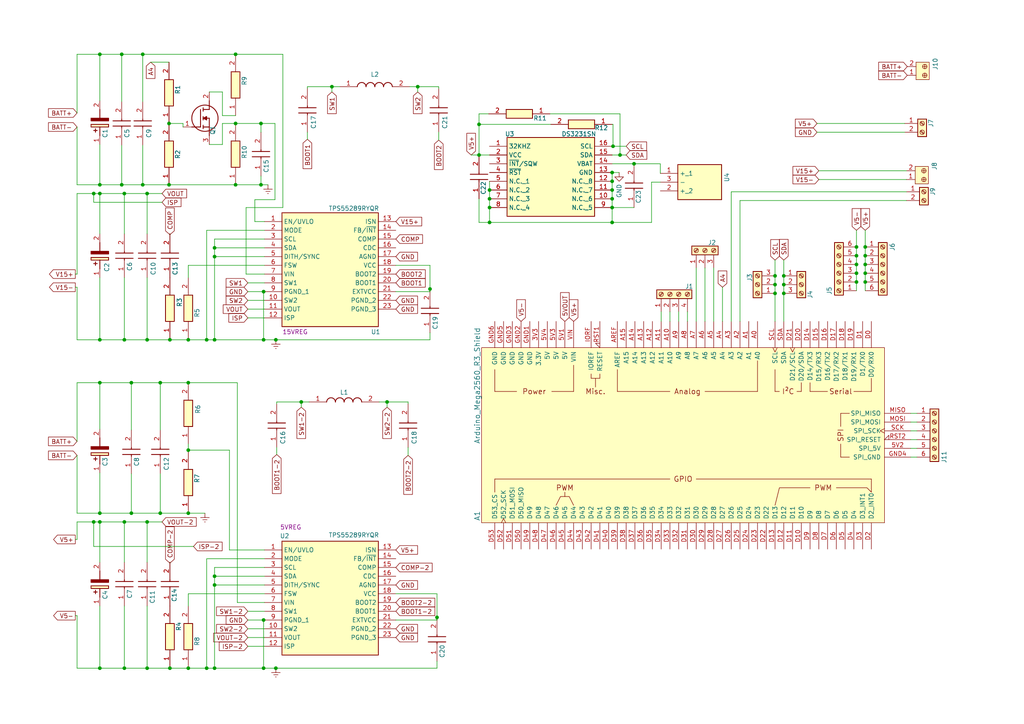
<source format=kicad_sch>
(kicad_sch (version 20211123) (generator eeschema)
  (paper "A4")
  (title_block (title "controller_pcb") (date "2024-01-23") (rev "v01") (comment 3 "creativecommons.org/licenses/by/4.0/") (comment 4 "License: CC BY 4.0") (comment 5 "Author: Daphne Chevalier"))
  (junction (at 38.1 148.844))
  (junction (at 28.956 98.552))
  (junction (at 75.692 53.594))
  (junction (at 138.938 36.068))
  (junction (at 177.546 64.516))
  (junction (at 179.832 44.958))
  (junction (at 35.306 15.748))
  (junction (at 250.952 79.248))
  (junction (at 141.986 57.658))
  (junction (at 76.454 193.802))
  (junction (at 76.454 179.832))
  (junction (at 248.412 76.708))
  (junction (at 27.178 151.384))
  (junction (at 227.33 80.01))
  (junction (at 46.482 110.998))
  (junction (at 138.938 44.958))
  (junction (at 177.546 60.198))
  (junction (at 35.306 53.594))
  (junction (at 121.158 25.146))
  (junction (at 42.672 193.802))
  (junction (at 248.412 74.168))
  (junction (at 49.022 35.814))
  (junction (at 49.276 193.802))
  (junction (at 87.376 116.586))
  (junction (at 59.944 98.552))
  (junction (at 54.61 193.802))
  (junction (at 41.402 53.594))
  (junction (at 80.01 193.802))
  (junction (at 141.986 64.516))
  (junction (at 227.33 85.09))
  (junction (at 54.61 130.556))
  (junction (at 62.23 167.132))
  (junction (at 36.068 56.134))
  (junction (at 177.546 55.118))
  (junction (at 28.956 148.844))
  (junction (at 250.952 81.788))
  (junction (at 75.692 35.814))
  (junction (at 248.412 71.628))
  (junction (at 54.61 98.552))
  (junction (at 28.956 151.384))
  (junction (at 36.068 98.552))
  (junction (at 96.266 25.146))
  (junction (at 54.61 110.998))
  (junction (at 42.672 56.134))
  (junction (at 38.1 110.998))
  (junction (at 224.79 85.09))
  (junction (at 62.23 193.802))
  (junction (at 177.546 52.578))
  (junction (at 28.956 193.802))
  (junction (at 250.952 76.708))
  (junction (at 248.412 81.788))
  (junction (at 42.672 98.552))
  (junction (at 76.454 98.552))
  (junction (at 80.01 98.552))
  (junction (at 124.714 83.82))
  (junction (at 68.326 35.814))
  (junction (at 59.944 193.802))
  (junction (at 141.986 55.118))
  (junction (at 141.986 60.198))
  (junction (at 28.956 53.594))
  (junction (at 250.952 74.168))
  (junction (at 49.276 98.552))
  (junction (at 28.956 110.998))
  (junction (at 248.412 79.248))
  (junction (at 62.23 74.422))
  (junction (at 28.956 15.748))
  (junction (at 54.61 148.844))
  (junction (at 250.952 71.628))
  (junction (at 68.326 15.748))
  (junction (at 62.23 71.882))
  (junction (at 36.068 151.384))
  (junction (at 41.402 15.748))
  (junction (at 224.79 82.55))
  (junction (at 49.022 53.594))
  (junction (at 76.454 84.582))
  (junction (at 126.746 179.07))
  (junction (at 177.8 42.418))
  (junction (at 42.672 151.384))
  (junction (at 177.546 57.658))
  (junction (at 112.268 116.586))
  (junction (at 68.326 53.594))
  (junction (at 62.23 98.552))
  (junction (at 224.79 80.01))
  (junction (at 227.33 82.55))
  (junction (at 28.956 56.134))
  (junction (at 36.068 193.802))
  (junction (at 183.896 47.498))
  (junction (at 27.178 56.134))
  (junction (at 46.482 148.844))
  (junction (at 177.546 50.038))
  (junction (at 62.23 169.672))
  (wire (pts (xy 141.986 52.578) (xy 141.986 55.118)))
  (wire (pts (xy 28.956 98.552) (xy 28.956 80.518)))
  (wire (pts (xy 62.23 69.342) (xy 62.23 71.882)))
  (wire (pts (xy 42.672 56.134) (xy 42.672 67.818)))
  (wire (pts (xy 41.402 53.594) (xy 49.022 53.594)))
  (wire (pts (xy 80.264 117.094) (xy 80.264 116.586)))
  (wire (pts (xy 46.482 110.998) (xy 46.482 124.714)))
  (wire (pts (xy 76.708 169.672) (xy 62.23 169.672)))
  (wire (pts (xy 248.412 74.168) (xy 248.412 76.708)))
  (wire (pts (xy 62.23 74.422) (xy 62.23 98.552)))
  (wire (pts (xy 177.546 60.198) (xy 177.546 64.516)))
  (wire (pts (xy 177.546 47.498) (xy 183.896 47.498)))
  (wire (pts (xy 138.938 33.02) (xy 138.938 36.068)))
  (wire (pts (xy 76.454 84.582) (xy 76.454 98.552)))
  (wire (pts (xy 224.79 75.438) (xy 224.79 80.01)))
  (wire (pts (xy 177.546 55.118) (xy 177.546 57.658)))
  (wire (pts (xy 68.326 53.594) (xy 75.692 53.594)))
  (wire (pts (xy 114.808 84.582) (xy 124.714 84.582)))
  (wire (pts (xy 248.412 81.788) (xy 248.412 84.328)))
  (wire (pts (xy 66.548 130.556) (xy 54.61 130.556)))
  (wire (pts (xy 82.042 15.748) (xy 68.326 15.748)))
  (wire (pts (xy 41.402 15.748) (xy 68.326 15.748)))
  (wire (pts (xy 22.352 193.802) (xy 28.956 193.802)))
  (wire (pts (xy 54.61 76.962) (xy 54.61 80.518)))
  (wire (pts (xy 28.956 56.134) (xy 36.068 56.134)))
  (wire (pts (xy 237.49 52.07) (xy 262.89 52.07)))
  (wire (pts (xy 207.01 77.724) (xy 207.01 93.218)))
  (wire (pts (xy 126.746 179.832) (xy 126.746 179.07)))
  (wire (pts (xy 22.352 56.134) (xy 22.352 79.502)))
  (wire (pts (xy 28.956 151.384) (xy 28.956 163.068)))
  (wire (pts (xy 80.01 98.552) (xy 124.714 98.552)))
  (wire (pts (xy 126.746 172.212) (xy 126.746 179.07)))
  (wire (pts (xy 138.938 64.516) (xy 138.938 57.658)))
  (wire (pts (xy 177.8 36.068) (xy 177.8 42.418)))
  (wire (pts (xy 264.16 119.888) (xy 265.938 119.888)))
  (wire (pts (xy 54.61 76.962) (xy 76.708 76.962)))
  (wire (pts (xy 201.93 93.218) (xy 201.93 77.724)))
  (wire (pts (xy 59.944 193.802) (xy 62.23 193.802)))
  (wire (pts (xy 79.756 35.814) (xy 75.692 35.814)))
  (wire (pts (xy 22.352 53.594) (xy 28.956 53.594)))
  (wire (pts (xy 28.956 193.802) (xy 28.956 175.768)))
  (wire (pts (xy 89.154 25.146) (xy 96.266 25.146)))
  (wire (pts (xy 71.374 60.198) (xy 82.042 60.198)))
  (wire (pts (xy 22.352 98.552) (xy 22.352 83.312)))
  (wire (pts (xy 22.352 156.464) (xy 21.844 156.464)))
  (wire (pts (xy 68.834 174.752) (xy 68.834 110.998)))
  (wire (pts (xy 59.944 66.802) (xy 76.708 66.802)))
  (wire (pts (xy 138.938 64.516) (xy 141.986 64.516)))
  (wire (pts (xy 49.276 163.322) (xy 49.276 163.068)))
  (wire (pts (xy 62.23 167.132) (xy 76.708 167.132)))
  (wire (pts (xy 22.352 79.502) (xy 21.844 79.502)))
  (wire (pts (xy 54.61 98.298) (xy 54.61 98.552)))
  (wire (pts (xy 38.1 137.414) (xy 38.1 148.844)))
  (wire (pts (xy 124.714 76.962) (xy 124.714 83.82)))
  (wire (pts (xy 204.47 93.218) (xy 204.47 77.724)))
  (wire (pts (xy 126.746 191.77) (xy 126.746 193.802)))
  (wire (pts (xy 64.516 33.528) (xy 64.516 26.67)))
  (wire (pts (xy 49.276 68.072) (xy 49.276 67.818)))
  (wire (pts (xy 76.708 179.832) (xy 76.454 179.832)))
  (wire (pts (xy 28.956 15.748) (xy 35.306 15.748)))
  (wire (pts (xy 179.578 50.038) (xy 177.546 50.038)))
  (wire (pts (xy 96.266 25.146) (xy 98.552 25.146)))
  (wire (pts (xy 42.672 193.802) (xy 49.276 193.802)))
  (wire (pts (xy 250.952 81.788) (xy 250.952 84.328)))
  (wire (pts (xy 36.068 151.384) (xy 36.068 163.068)))
  (wire (pts (xy 264.16 130.048) (xy 265.938 130.048)))
  (wire (pts (xy 121.158 25.146) (xy 127.254 25.146)))
  (wire (pts (xy 22.352 83.312) (xy 21.844 83.312)))
  (wire (pts (xy 118.364 116.586) (xy 118.364 117.094)))
  (wire (pts (xy 68.326 33.528) (xy 64.516 33.528)))
  (wire (pts (xy 42.672 98.552) (xy 49.276 98.552)))
  (wire (pts (xy 59.944 98.552) (xy 62.23 98.552)))
  (wire (pts (xy 41.402 53.594) (xy 35.306 53.594)))
  (wire (pts (xy 76.708 182.372) (xy 71.882 182.372)))
  (wire (pts (xy 28.956 110.998) (xy 38.1 110.998)))
  (wire (pts (xy 28.956 56.134) (xy 28.956 67.818)))
  (wire (pts (xy 35.306 15.748) (xy 41.402 15.748)))
  (wire (pts (xy 73.914 64.262) (xy 76.708 64.262)))
  (wire (pts (xy 87.376 116.586) (xy 87.376 118.11)))
  (wire (pts (xy 248.412 79.248) (xy 248.412 81.788)))
  (wire (pts (xy 71.882 92.202) (xy 76.708 92.202)))
  (wire (pts (xy 54.61 172.212) (xy 76.708 172.212)))
  (wire (pts (xy 22.352 151.384) (xy 27.178 151.384)))
  (wire (pts (xy 71.882 84.582) (xy 76.454 84.582)))
  (wire (pts (xy 46.482 137.414) (xy 46.482 148.844)))
  (wire (pts (xy 71.882 89.662) (xy 76.708 89.662)))
  (wire (pts (xy 54.61 130.556) (xy 54.61 131.064)))
  (wire (pts (xy 43.688 18.034) (xy 49.022 18.034)))
  (wire (pts (xy 42.672 151.384) (xy 46.99 151.384)))
  (wire (pts (xy 76.708 84.582) (xy 76.454 84.582)))
  (wire (pts (xy 22.352 15.748) (xy 28.956 15.748)))
  (wire (pts (xy 136.652 44.958) (xy 138.938 44.958)))
  (wire (pts (xy 181.61 42.418) (xy 177.8 42.418)))
  (wire (pts (xy 188.976 52.832) (xy 191.516 52.832)))
  (wire (pts (xy 227.33 75.438) (xy 227.33 80.01)))
  (wire (pts (xy 124.714 84.582) (xy 124.714 83.82)))
  (wire (pts (xy 127.254 40.64) (xy 127.254 38.354)))
  (wire (pts (xy 114.808 172.212) (xy 126.746 172.212)))
  (wire (pts (xy 64.516 35.814) (xy 68.326 35.814)))
  (wire (pts (xy 59.944 162.052) (xy 76.708 162.052)))
  (wire (pts (xy 28.956 193.802) (xy 36.068 193.802)))
  (wire (pts (xy 62.23 71.882) (xy 76.708 71.882)))
  (wire (pts (xy 181.61 44.958) (xy 179.832 44.958)))
  (wire (pts (xy 89.154 40.386) (xy 89.154 38.354)))
  (wire (pts (xy 22.352 32.766) (xy 22.352 15.748)))
  (wire (pts (xy 22.352 148.844) (xy 28.956 148.844)))
  (wire (pts (xy 49.022 35.814) (xy 53.086 35.814)))
  (wire (pts (xy 236.982 38.354) (xy 262.382 38.354)))
  (wire (pts (xy 224.79 82.55) (xy 224.79 85.09)))
  (wire (pts (xy 62.23 98.552) (xy 76.454 98.552)))
  (wire (pts (xy 22.352 56.134) (xy 27.178 56.134)))
  (wire (pts (xy 141.986 60.198) (xy 141.986 64.516)))
  (wire (pts (xy 194.31 90.424) (xy 194.31 93.218)))
  (wire (pts (xy 112.268 116.586) (xy 112.268 118.11)))
  (wire (pts (xy 27.178 58.674) (xy 27.178 56.134)))
  (wire (pts (xy 28.956 41.91) (xy 28.956 53.594)))
  (wire (pts (xy 62.23 71.882) (xy 62.23 74.422)))
  (wire (pts (xy 62.23 164.592) (xy 62.23 167.132)))
  (wire (pts (xy 35.306 29.464) (xy 35.306 15.748)))
  (wire (pts (xy 199.39 93.218) (xy 199.39 90.424)))
  (wire (pts (xy 38.1 124.714) (xy 38.1 110.998)))
  (wire (pts (xy 53.086 35.814) (xy 53.086 36.83)))
  (wire (pts (xy 141.986 55.118) (xy 141.986 57.658)))
  (wire (pts (xy 227.33 82.55) (xy 227.33 85.09)))
  (wire (pts (xy 177.546 64.516) (xy 141.986 64.516)))
  (wire (pts (xy 54.61 172.212) (xy 54.61 175.768)))
  (wire (pts (xy 36.068 98.552) (xy 36.068 80.518)))
  (wire (pts (xy 75.692 35.814) (xy 68.326 35.814)))
  (wire (pts (xy 248.412 66.802) (xy 248.412 71.628)))
  (wire (pts (xy 76.708 174.752) (xy 68.834 174.752)))
  (wire (pts (xy 183.896 47.498) (xy 191.516 47.498)))
  (wire (pts (xy 76.708 177.292) (xy 71.882 177.292)))
  (wire (pts (xy 96.266 25.146) (xy 96.266 26.67)))
  (wire (pts (xy 41.402 15.748) (xy 41.402 29.464)))
  (wire (pts (xy 248.412 76.708) (xy 248.412 79.248)))
  (wire (pts (xy 64.516 26.67) (xy 60.706 26.67)))
  (wire (pts (xy 68.834 110.998) (xy 54.61 110.998)))
  (wire (pts (xy 87.376 116.586) (xy 89.662 116.586)))
  (wire (pts (xy 54.61 148.844) (xy 46.482 148.844)))
  (wire (pts (xy 71.882 187.452) (xy 76.708 187.452)))
  (wire (pts (xy 35.306 42.164) (xy 35.306 53.594)))
  (wire (pts (xy 79.756 57.912) (xy 79.756 35.814)))
  (wire (pts (xy 121.158 25.146) (xy 121.158 26.67)))
  (wire (pts (xy 224.79 80.01) (xy 224.79 82.55)))
  (wire (pts (xy 76.708 79.502) (xy 71.374 79.502)))
  (wire (pts (xy 49.276 98.298) (xy 49.276 98.552)))
  (wire (pts (xy 46.482 148.844) (xy 38.1 148.844)))
  (wire (pts (xy 38.1 110.998) (xy 46.482 110.998)))
  (wire (pts (xy 138.938 44.958) (xy 141.986 44.958)))
  (wire (pts (xy 28.956 56.134) (xy 27.178 56.134)))
  (wire (pts (xy 191.77 93.218) (xy 191.77 90.424)))
  (wire (pts (xy 41.402 42.164) (xy 41.402 53.594)))
  (wire (pts (xy 188.976 52.832) (xy 188.976 64.516)))
  (wire (pts (xy 28.956 98.552) (xy 36.068 98.552)))
  (wire (pts (xy 264.16 132.588) (xy 265.938 132.588)))
  (wire (pts (xy 80.264 116.586) (xy 87.376 116.586)))
  (wire (pts (xy 141.732 33.02) (xy 138.938 33.02)))
  (wire (pts (xy 36.068 151.384) (xy 42.672 151.384)))
  (wire (pts (xy 264.16 127.508) (xy 265.938 127.508)))
  (wire (pts (xy 22.352 110.998) (xy 28.956 110.998)))
  (wire (pts (xy 177.546 64.516) (xy 188.976 64.516)))
  (wire (pts (xy 76.708 82.042) (xy 71.882 82.042)))
  (wire (pts (xy 114.808 179.832) (xy 126.746 179.832)))
  (wire (pts (xy 38.1 148.844) (xy 28.956 148.844)))
  (wire (pts (xy 54.61 128.778) (xy 54.61 130.556)))
  (wire (pts (xy 112.268 116.586) (xy 118.364 116.586)))
  (wire (pts (xy 22.352 193.802) (xy 22.352 178.562)))
  (wire (pts (xy 27.178 158.496) (xy 27.178 151.384)))
  (wire (pts (xy 177.8 42.418) (xy 177.546 42.418)))
  (wire (pts (xy 64.516 41.91) (xy 64.516 35.814)))
  (wire (pts (xy 71.882 179.832) (xy 76.454 179.832)))
  (wire (pts (xy 66.548 159.512) (xy 66.548 130.556)))
  (wire (pts (xy 237.49 49.53) (xy 262.89 49.53)))
  (wire (pts (xy 75.692 51.054) (xy 75.692 53.594)))
  (wire (pts (xy 62.23 193.802) (xy 76.454 193.802)))
  (wire (pts (xy 36.068 193.802) (xy 36.068 175.768)))
  (wire (pts (xy 76.454 193.802) (xy 80.01 193.802)))
  (wire (pts (xy 209.55 83.312) (xy 209.55 93.218)))
  (wire (pts (xy 76.708 69.342) (xy 62.23 69.342)))
  (wire (pts (xy 49.276 193.548) (xy 49.276 193.802)))
  (wire (pts (xy 76.708 164.592) (xy 62.23 164.592)))
  (wire (pts (xy 80.264 131.826) (xy 80.264 129.794)))
  (wire (pts (xy 89.154 25.654) (xy 89.154 25.146)))
  (wire (pts (xy 250.952 76.708) (xy 250.952 79.248)))
  (wire (pts (xy 236.982 35.814) (xy 262.382 35.814)))
  (wire (pts (xy 127.254 25.146) (xy 127.254 25.654)))
  (wire (pts (xy 114.808 76.962) (xy 124.714 76.962)))
  (wire (pts (xy 214.63 58.166) (xy 214.63 93.218)))
  (wire (pts (xy 177.546 57.658) (xy 177.546 60.198)))
  (wire (pts (xy 191.516 47.498) (xy 191.516 50.292)))
  (wire (pts (xy 264.16 122.428) (xy 265.938 122.428)))
  (wire (pts (xy 76.708 87.122) (xy 71.882 87.122)))
  (wire (pts (xy 264.16 124.968) (xy 265.938 124.968)))
  (wire (pts (xy 196.85 93.218) (xy 196.85 90.424)))
  (wire (pts (xy 36.068 193.802) (xy 42.672 193.802)))
  (wire (pts (xy 76.454 179.832) (xy 76.454 193.802)))
  (wire (pts (xy 79.756 57.912) (xy 73.914 57.912)))
  (wire (pts (xy 124.714 96.52) (xy 124.714 98.552)))
  (wire (pts (xy 54.61 193.548) (xy 54.61 193.802)))
  (wire (pts (xy 250.952 71.628) (xy 250.952 74.168)))
  (wire (pts (xy 76.708 159.512) (xy 66.548 159.512)))
  (wire (pts (xy 71.374 79.502) (xy 71.374 60.198)))
  (wire (pts (xy 177.546 52.578) (xy 177.546 55.118)))
  (wire (pts (xy 141.986 57.658) (xy 141.986 60.198)))
  (wire (pts (xy 27.178 58.674) (xy 46.99 58.674)))
  (wire (pts (xy 28.956 110.998) (xy 28.956 124.46)))
  (wire (pts (xy 73.914 57.912) (xy 73.914 64.262)))
  (wire (pts (xy 28.956 137.16) (xy 28.956 148.844)))
  (wire (pts (xy 212.09 55.626) (xy 212.09 93.218)))
  (wire (pts (xy 28.956 15.748) (xy 28.956 29.21)))
  (wire (pts (xy 54.61 98.552) (xy 59.944 98.552)))
  (wire (pts (xy 46.482 110.998) (xy 54.61 110.998)))
  (wire (pts (xy 62.23 169.672) (xy 62.23 193.802)))
  (wire (pts (xy 109.982 116.586) (xy 112.268 116.586)))
  (wire (pts (xy 227.33 85.09) (xy 227.33 93.218)))
  (wire (pts (xy 227.33 80.01) (xy 227.33 82.55)))
  (wire (pts (xy 36.068 98.552) (xy 42.672 98.552)))
  (wire (pts (xy 250.952 66.802) (xy 250.952 71.628)))
  (wire (pts (xy 76.708 74.422) (xy 62.23 74.422)))
  (wire (pts (xy 22.352 151.384) (xy 22.352 156.464)))
  (wire (pts (xy 138.938 36.068) (xy 138.938 44.958)))
  (wire (pts (xy 212.09 55.626) (xy 262.89 55.626)))
  (wire (pts (xy 82.042 60.198) (xy 82.042 15.748)))
  (wire (pts (xy 118.364 132.08) (xy 118.364 129.794)))
  (wire (pts (xy 118.872 25.146) (xy 121.158 25.146)))
  (wire (pts (xy 75.692 38.354) (xy 75.692 35.814)))
  (wire (pts (xy 75.692 53.594) (xy 77.724 53.594)))
  (wire (pts (xy 179.832 33.02) (xy 179.832 44.958)))
  (wire (pts (xy 76.454 98.552) (xy 80.01 98.552)))
  (wire (pts (xy 22.352 128.016) (xy 22.352 110.998)))
  (wire (pts (xy 177.546 50.038) (xy 177.546 52.578)))
  (wire (pts (xy 42.672 56.134) (xy 46.99 56.134)))
  (wire (pts (xy 27.178 158.496) (xy 56.134 158.496)))
  (wire (pts (xy 22.352 36.83) (xy 22.352 53.594)))
  (wire (pts (xy 177.546 60.198) (xy 183.896 60.198)))
  (wire (pts (xy 49.276 98.552) (xy 54.61 98.552)))
  (wire (pts (xy 42.672 151.384) (xy 42.672 163.068)))
  (wire (pts (xy 22.352 132.08) (xy 22.352 148.844)))
  (wire (pts (xy 80.01 193.802) (xy 126.746 193.802)))
  (wire (pts (xy 59.944 162.052) (xy 59.944 193.802)))
  (wire (pts (xy 35.306 53.594) (xy 28.956 53.594)))
  (wire (pts (xy 22.352 178.562) (xy 21.844 178.562)))
  (wire (pts (xy 36.068 56.134) (xy 42.672 56.134)))
  (wire (pts (xy 138.938 36.068) (xy 159.766 36.068)))
  (wire (pts (xy 54.61 148.844) (xy 59.436 148.844)))
  (wire (pts (xy 62.23 167.132) (xy 62.23 169.672)))
  (wire (pts (xy 28.956 151.384) (xy 27.178 151.384)))
  (wire (pts (xy 49.022 53.594) (xy 68.326 53.594)))
  (wire (pts (xy 59.944 66.802) (xy 59.944 98.552)))
  (wire (pts (xy 42.672 193.802) (xy 42.672 175.768)))
  (wire (pts (xy 49.276 193.802) (xy 54.61 193.802)))
  (wire (pts (xy 42.672 98.552) (xy 42.672 80.518)))
  (wire (pts (xy 179.832 44.958) (xy 177.546 44.958)))
  (wire (pts (xy 71.882 184.912) (xy 76.708 184.912)))
  (wire (pts (xy 177.8 36.068) (xy 177.546 36.068)))
  (wire (pts (xy 224.79 85.09) (xy 224.79 93.218)))
  (wire (pts (xy 22.352 98.552) (xy 28.956 98.552)))
  (wire (pts (xy 159.512 33.02) (xy 179.832 33.02)))
  (wire (pts (xy 250.952 79.248) (xy 250.952 81.788)))
  (wire (pts (xy 250.952 74.168) (xy 250.952 76.708)))
  (wire (pts (xy 28.956 151.384) (xy 36.068 151.384)))
  (wire (pts (xy 60.706 41.91) (xy 64.516 41.91)))
  (wire (pts (xy 54.61 193.802) (xy 59.944 193.802)))
  (wire (pts (xy 248.412 71.628) (xy 248.412 74.168)))
  (wire (pts (xy 262.89 58.166) (xy 214.63 58.166)))
  (wire (pts (xy 36.068 56.134) (xy 36.068 67.818)))
  (global_label "SW1" (shape input) (at 71.882 82.042 180) (property "Intersheet References" "${INTERSHEET_REFS}" (effects hide)))
  (global_label "BATT-" (shape input) (at 22.352 132.08 180) (property "Intersheet References" "${INTERSHEET_REFS}" (effects hide)))
  (global_label "SW2-2" (shape input) (at 71.882 182.372 180) (property "Intersheet References" "${INTERSHEET_REFS}" (effects hide)))
  (global_label "ISP-2" (shape input) (at 56.134 158.496 0) (property "Intersheet References" "${INTERSHEET_REFS}" (effects hide)))
  (global_label "SW1-2" (shape input) (at 87.376 118.11 270) (property "Intersheet References" "${INTERSHEET_REFS}" (effects hide)))
  (global_label "BOOT1-2" (shape input) (at 80.264 131.826 270) (property "Intersheet References" "${INTERSHEET_REFS}" (effects hide)))
  (global_label "GND" (shape input) (at 114.808 74.422 0) (property "Intersheet References" "${INTERSHEET_REFS}" (effects hide)))
  (global_label "GND" (shape input) (at 114.808 184.912 0) (property "Intersheet References" "${INTERSHEET_REFS}" (effects hide)))
  (global_label "V15+" (shape input) (at 237.49 49.53 180) (property "Intersheet References" "${INTERSHEET_REFS}" (effects hide)))
  (global_label "SDA" (shape input) (at 227.33 75.438 90) (property "Intersheet References" "${INTERSHEET_REFS}" (effects hide)))
  (global_label "V5-" (shape input) (at 151.13 93.218 90) (property "Intersheet References" "${INTERSHEET_REFS}" (effects hide)))
  (global_label "COMP" (shape input) (at 49.276 68.072 90) (property "Intersheet References" "${INTERSHEET_REFS}" (effects hide)))
  (global_label "SCL" (shape input) (at 224.79 75.438 90) (property "Intersheet References" "${INTERSHEET_REFS}" (effects hide)))
  (global_label "ISP" (shape input) (at 71.882 92.202 180) (property "Intersheet References" "${INTERSHEET_REFS}" (effects hide)))
  (global_label "SW2-2" (shape input) (at 112.268 118.11 270) (property "Intersheet References" "${INTERSHEET_REFS}" (effects hide)))
  (global_label "SW1-2" (shape input) (at 71.882 177.292 180) (property "Intersheet References" "${INTERSHEET_REFS}" (effects hide)))
  (global_label "5VOUT" (shape input) (at 163.83 93.218 90) (property "Intersheet References" "${INTERSHEET_REFS}" (effects hide)))
  (global_label "GND" (shape input) (at 114.808 182.372 0) (property "Intersheet References" "${INTERSHEET_REFS}" (effects hide)))
  (global_label "A4" (shape input) (at 43.688 18.034 270) (property "Intersheet References" "${INTERSHEET_REFS}" (effects hide)))
  (global_label "BATT+" (shape input) (at 263.144 19.304 180) (property "Intersheet References" "${INTERSHEET_REFS}" (effects hide)))
  (global_label "V5+" (shape input) (at 136.652 44.958 90) (property "Intersheet References" "${INTERSHEET_REFS}" (effects hide)))
  (global_label "GND" (shape input) (at 71.882 84.582 180) (property "Intersheet References" "${INTERSHEET_REFS}" (effects hide)))
  (global_label "BOOT2" (shape input) (at 114.808 79.502 0) (property "Intersheet References" "${INTERSHEET_REFS}" (effects hide)))
  (global_label "COMP" (shape input) (at 114.808 69.342 0) (property "Intersheet References" "${INTERSHEET_REFS}" (effects hide)))
  (global_label "V15+" (shape output) (at 21.844 79.502 180) (property "Intersheet References" "${INTERSHEET_REFS}" (effects hide)))
  (global_label "V5+" (shape input) (at 166.37 93.218 90) (property "Intersheet References" "${INTERSHEET_REFS}" (effects hide)))
  (global_label "V15-" (shape input) (at 237.49 52.07 180) (property "Intersheet References" "${INTERSHEET_REFS}" (effects hide)))
  (global_label "COMP-2" (shape input) (at 49.276 163.322 90) (property "Intersheet References" "${INTERSHEET_REFS}" (effects hide)))
  (global_label "BOOT1" (shape input) (at 114.808 82.042 0) (property "Intersheet References" "${INTERSHEET_REFS}" (effects hide)))
  (global_label "V5+" (shape input) (at 114.808 159.512 0) (property "Intersheet References" "${INTERSHEET_REFS}" (effects hide)))
  (global_label "GND" (shape input) (at 114.808 89.662 0) (property "Intersheet References" "${INTERSHEET_REFS}" (effects hide)))
  (global_label "V5+" (shape input) (at 236.982 35.814 180) (property "Intersheet References" "${INTERSHEET_REFS}" (effects hide)))
  (global_label "BATT-" (shape input) (at 22.352 36.83 180) (property "Intersheet References" "${INTERSHEET_REFS}" (effects hide)))
  (global_label "BATT+" (shape input) (at 22.352 32.766 180) (property "Intersheet References" "${INTERSHEET_REFS}" (effects hide)))
  (global_label "SDA" (shape input) (at 181.61 44.958 0) (property "Intersheet References" "${INTERSHEET_REFS}" (effects hide)))
  (global_label "BOOT2" (shape input) (at 127.254 40.64 270) (property "Intersheet References" "${INTERSHEET_REFS}" (effects hide)))
  (global_label "ISP" (shape input) (at 46.99 58.674 0) (property "Intersheet References" "${INTERSHEET_REFS}" (effects hide)))
  (global_label "BATT+" (shape input) (at 22.352 128.016 180) (property "Intersheet References" "${INTERSHEET_REFS}" (effects hide)))
  (global_label "V15+" (shape input) (at 114.808 64.262 0) (property "Intersheet References" "${INTERSHEET_REFS}" (effects hide)))
  (global_label "BATT-" (shape input) (at 263.144 21.844 180) (property "Intersheet References" "${INTERSHEET_REFS}" (effects hide)))
  (global_label "SW2" (shape input) (at 71.882 87.122 180) (property "Intersheet References" "${INTERSHEET_REFS}" (effects hide)))
  (global_label "SCL" (shape input) (at 181.61 42.418 0) (property "Intersheet References" "${INTERSHEET_REFS}" (effects hide)))
  (global_label "V5-" (shape output) (at 21.844 178.562 180) (property "Intersheet References" "${INTERSHEET_REFS}" (effects hide)))
  (global_label "COMP-2" (shape input) (at 114.808 164.592 0) (property "Intersheet References" "${INTERSHEET_REFS}" (effects hide)))
  (global_label "GND" (shape input) (at 71.882 179.832 180) (property "Intersheet References" "${INTERSHEET_REFS}" (effects hide)))
  (global_label "V5+" (shape input) (at 250.952 66.802 90) (property "Intersheet References" "${INTERSHEET_REFS}" (effects hide)))
  (global_label "A4" (shape input) (at 209.55 83.312 90) (property "Intersheet References" "${INTERSHEET_REFS}" (effects hide)))
  (global_label "BOOT1-2" (shape input) (at 114.808 177.292 0) (property "Intersheet References" "${INTERSHEET_REFS}" (effects hide)))
  (global_label "V15-" (shape output) (at 21.844 83.312 180) (property "Intersheet References" "${INTERSHEET_REFS}" (effects hide)))
  (global_label "VOUT-2" (shape input) (at 71.882 184.912 180) (property "Intersheet References" "${INTERSHEET_REFS}" (effects hide)))
  (global_label "VOUT-2" (shape input) (at 46.99 151.384 0) (property "Intersheet References" "${INTERSHEET_REFS}" (effects hide)))
  (global_label "BOOT2-2" (shape input) (at 114.808 174.752 0) (property "Intersheet References" "${INTERSHEET_REFS}" (effects hide)))
  (global_label "SW1" (shape input) (at 96.266 26.67 270) (property "Intersheet References" "${INTERSHEET_REFS}" (effects hide)))
  (global_label "BOOT1" (shape input) (at 89.154 40.386 270) (property "Intersheet References" "${INTERSHEET_REFS}" (effects hide)))
  (global_label "SW2" (shape input) (at 121.158 26.67 270) (property "Intersheet References" "${INTERSHEET_REFS}" (effects hide)))
  (global_label "GND" (shape input) (at 114.808 87.122 0) (property "Intersheet References" "${INTERSHEET_REFS}" (effects hide)))
  (global_label "ISP-2" (shape input) (at 71.882 187.452 180) (property "Intersheet References" "${INTERSHEET_REFS}" (effects hide)))
  (global_label "BOOT2-2" (shape input) (at 118.364 132.08 270) (property "Intersheet References" "${INTERSHEET_REFS}" (effects hide)))
  (global_label "V5-" (shape input) (at 248.412 66.802 90) (property "Intersheet References" "${INTERSHEET_REFS}" (effects hide)))
  (global_label "V5+" (shape output) (at 21.844 156.464 180) (property "Intersheet References" "${INTERSHEET_REFS}" (effects hide)))
  (global_label "GND" (shape input) (at 114.808 169.672 0) (property "Intersheet References" "${INTERSHEET_REFS}" (effects hide)))
  (global_label "VOUT" (shape input) (at 71.882 89.662 180) (property "Intersheet References" "${INTERSHEET_REFS}" (effects hide)))
  (global_label "VOUT" (shape input) (at 46.99 56.134 0) (property "Intersheet References" "${INTERSHEET_REFS}" (effects hide)))
  (global_label "GND" (shape input) (at 236.982 38.354 180) (property "Intersheet References" "${INTERSHEET_REFS}" (effects hide)))
  (symbol (lib_id "C1005X5R1V105K050BC:C1005X5R1V105K050BC") (at 41.402 42.164 90) (unit 1)
    (property "Reference" "C9" (at 43.18 37.338 0) (effects (justify right)))
    (property "Value" "C1005X5R1V105K050BC" (effects hide))
    (property "Footprint" "extracted:CAPC1005X55N" (effects hide))
    (property "Reference_1" "CINX" (effects hide))
    (property "Value_1" "1µF" (effects hide))
    (property "Footprint_1" "CAPC1005X55N" (effects hide))
    (property "Datasheet_1" "https://product.tdk.com/info/en/catalog/datasheets/mlcc_commercial_midvoltage_en.pdf" (effects hide))
    (property "Height" "0.55" (effects hide))
    (property "Manufacturer_Name" "TDK" (effects hide))
    (property "Manufacturer_Part_Number" "C1005X5R1V105K050BC" (effects hide))
    (property "Mouser Part Number" "810-C1005X5R1V105K" (effects hide))
    (property "Mouser Price/Stock" "https://www.mouser.co.uk/ProductDetail/TDK/C1005X5R1V105K050BC?qs=dfay7wIA1uGr1NSDQs%2Ftnw%3D%3D" (effects hide))
    (property "Arrow Part Number" "C1005X5R1V105K050BC" (effects hide))
    (property "Arrow Price/Stock" "https://www.arrow.com/en/products/c1005x5r1v105k050bc/tdk?region=nac" (effects hide))
    (property "Name_in_schem" "CINX2" (effects hide))
    (property "Subcircuit" "V15" (effects hide))
  )
  (symbol (lib_id "power:Earth") (at 80.01 193.802 0) (unit 1)
    (property "Reference" "#PWR04" (effects hide))
    (property "Value" "Earth" (effects hide))
  )
  (symbol (lib_id "power:Earth") (at 80.01 98.552 0) (unit 1)
    (property "Reference" "#PWR03" (effects hide))
    (property "Value" "Earth" (effects hide))
  )
  (symbol (lib_id "EEFCX1E330R:EEFCX1E330R") (at 28.956 41.91 90) (unit 1)
    (property "Reference" "C1" (at 30.48 37.338 0) (effects (justify right)))
    (property "Value" "EEFCX1E330R" (effects hide))
    (property "Footprint" "extracted:CAPPM7343X200N" (effects hide))
    (property "Reference_1" "C" (effects hide))
    (property "Value_1" "EEFCX1E330R" (effects hide))
    (property "Footprint_1" "CAPPM7343X200N" (effects hide))
    (property "Datasheet_1" "http://industrial.panasonic.com/cdbs/www-data/pdf/ABE0000/ABE0000C49.pdf" (effects hide))
    (property "Height" "2" (effects hide))
    (property "Manufacturer_Name" "Panasonic" (effects hide))
    (property "Manufacturer_Part_Number" "EEFCX1E330R" (effects hide))
  )
  (symbol (lib_id "TPS55289RYQR:TPS55289RYQR") (at 76.708 64.262 0) (unit 1)
    (property "Reference" "U1" (at 108.966 96.266 0))
    (property "Value" "TPS55289RYQR" (at 102.616 60.452 0))
    (property "Footprint" "extracted:TPS552892QWRYQRQ1" (effects hide))
    (property "Reference_1" "15VREG" (at 85.598 96.266 0))
    (property "Value_1" "TPS55289RYQR" (effects hide))
    (property "Footprint_1" "TPS55289RYQR" (effects hide))
    (property "Datasheet_1" "https://www.ti.com/lit/ds/symlink/tps55289.pdf?ts=1664818706180&ref_url=https%253A%252F%252Fwww.ti.com%252Fproduct%252FTPS55289%252Fpart-details%252FTPS55289RYQR%253FkeyMatch%253DTPS55289RYQR" (effects hide))
    (property "Height" "1" (effects hide))
    (property "Manufacturer_Name" "Texas Instruments" (effects hide))
    (property "Manufacturer_Part_Number" "TPS55289RYQR" (effects hide))
    (property "Mouser Part Number" "595-TPS55289RYQR" (effects hide))
    (property "Mouser Price/Stock" "https://www.mouser.co.uk/ProductDetail/Texas-Instruments/TPS55289RYQR?qs=T%252BzbugeAwjhgaIN94Lbpjg%3D%3D" (effects hide))
    (property "Arrow Part Number" "TPS55289RYQR" (effects hide))
    (property "Arrow Price/Stock" "https://www.arrow.com/en/products/tps55289ryqr/texas-instruments?region=nac" (effects hide))
    (property "Name_in_schem" "U" (effects hide))
    (property "Subcircuit" "V15" (effects hide))
  )
  (symbol (lib_id "C1608X6S1C475K080AC:C1608X6S1C475K080AC") (at 75.692 51.054 90) (unit 1)
    (property "Reference" "C15" (at 77.216 46.228 0) (effects (justify right)))
    (property "Value" "C1608X6S1C475K080AC" (effects hide))
    (property "Footprint" "extracted:CAPC1608X80N" (effects hide))
    (property "Reference_1" "CEN" (effects hide))
    (property "Value_1" "C1608X6S1C475K080AC" (effects hide))
    (property "Footprint_1" "CAPC1608X80N" (effects hide))
    (property "Datasheet_1" "https://product.tdk.com/info/en/catalog/datasheets/mlcc_commercial_midvoltage_en.pdf" (effects hide))
    (property "Height" "0.8" (effects hide))
    (property "Manufacturer_Name" "TDK" (effects hide))
    (property "Manufacturer_Part_Number" "C1608X6S1C475K080AC" (effects hide))
    (property "Mouser Part Number" "810-C1608X6S1C475K" (effects hide))
    (property "Mouser Price/Stock" "https://www.mouser.co.uk/ProductDetail/TDK/C1608X6S1C475K080AC?qs=dfay7wIA1uELNO4%252B8xvBDw%3D%3D" (effects hide))
    (property "Arrow Part Number" "C1608X6S1C475K080AC" (effects hide))
    (property "Arrow Price/Stock" "https://www.arrow.com/en/products/c1608x6s1c475k080ac/tdk?region=nac" (effects hide))
    (property "Name_in_schem" "CEN" (effects hide))
    (property "Subcircuit" "V15" (effects hide))
  )
  (symbol (lib_id "CRCW12104K70JNEA:CRCW12104K70JNEA") (at 159.512 33.02 180) (unit 1)
    (property "Reference" "R11" (at 154.686 34.29 0) (effects (justify right)))
    (property "Value" "CRCW12104K70JNEA" (effects hide))
    (property "Footprint" "extracted:RESC3225X60N" (effects hide))
    (property "Reference_1" "R" (effects hide))
    (property "Value_1" "CRCW12104K70JNEA" (effects hide))
    (property "Footprint_1" "RESC3225X60N" (effects hide))
    (property "Height" "0.6" (effects hide))
    (property "Manufacturer_Name" "Vishay" (effects hide))
    (property "Manufacturer_Part_Number" "CRCW12104K70JNEA" (effects hide))
    (property "Mouser Part Number" "71-CRCW1210J-4.7K-E3" (effects hide))
    (property "Mouser Price/Stock" "https://www.mouser.co.uk/ProductDetail/Vishay-Dale/CRCW12104K70JNEA?qs=%2FqQFlUriJiy4FdqFuj0GnQ%3D%3D" (effects hide))
    (property "Arrow Part Number" "CRCW12104K70JNEA" (effects hide))
    (property "Arrow Price/Stock" "https://www.arrow.com/en/products/crcw12104k70jnea/vishay" (effects hide))
    (property "Name_in_schem" "RPU" (effects hide))
    (property "Subcircuit" "clock" (effects hide))
    (property "WEBENCH" "RPU" (effects hide))
  )
  (symbol (lib_id "CRCW040213K0FKED:CRCW040213K0FKED") (at 49.276 193.548 90) (unit 1)
    (property "Reference" "R4" (at 51.816 180.34 0) (effects (justify right)))
    (property "Value" "CRCW040213K0FKED" (effects hide))
    (property "Footprint" "extracted:RESC1005X40N" (effects hide))
    (property "Reference_1" "R" (effects hide))
    (property "Value_1" "CRCW040213K0FKED" (effects hide))
    (property "Footprint_1" "RESC1005X40N" (effects hide))
    (property "Datasheet_1" "http://www.vishay.com/docs/20035/dcrcwe3.pdf" (effects hide))
    (property "Height" "0.4" (effects hide))
    (property "Manufacturer_Name" "Vishay" (effects hide))
    (property "Manufacturer_Part_Number" "CRCW040213K0FKED" (effects hide))
    (property "Mouser Part Number" "71-CRCW0402-13K-E3" (effects hide))
    (property "Mouser Price/Stock" "https://www.mouser.co.uk/ProductDetail/Vishay-Dale/CRCW040213K0FKED?qs=8wskyPz2qw0HXggAygo%252BmA%3D%3D" (effects hide))
    (property "Arrow Part Number" "CRCW040213K0FKED" (effects hide))
    (property "Arrow Price/Stock" "https://www.arrow.com/en/products/crcw040213k0fked/vishay?region=nac" (effects hide))
    (property "Name_in_schem" "RCOMP" (effects hide))
    (property "Subcircuit" "V5" (effects hide))
  )
  (symbol (lib_id "C3225X7R1H106M250AC:C3225X7R1H106M250AC") (at 35.306 42.164 90) (unit 1)
    (property "Reference" "C5" (at 36.83 37.338 0) (effects (justify right)))
    (property "Value" "C3225X7R1H106M250AC" (effects hide))
    (property "Footprint" "extracted:CAPC3225X230N" (effects hide))
    (property "Reference_1" "CINX" (effects hide))
    (property "Value_1" "10µF" (effects hide))
    (property "Footprint_1" "CAPC3225X230N" (effects hide))
    (property "Datasheet_1" "https://product.tdk.com/info/en/catalog/datasheets/mlcc_commercial_midvoltage_en.pdf" (effects hide))
    (property "Height" "2.3" (effects hide))
    (property "Manufacturer_Name" "TDK" (effects hide))
    (property "Manufacturer_Part_Number" "C3225X7R1H106M250AC" (effects hide))
    (property "Mouser Part Number" "810-C3225X7R1H106MAC" (effects hide))
    (property "Mouser Price/Stock" "https://www.mouser.co.uk/ProductDetail/TDK/C3225X7R1H106M250AC?qs=6JAMGB%252BEdkwY95l8JqNSnw%3D%3D" (effects hide))
    (property "Arrow Part Number" "C3225X7R1H106M250AC" (effects hide))
    (property "Arrow Price/Stock" "https://www.arrow.com/en/products/c3225x7r1h106m250ac/tdk?region=nac" (effects hide))
    (property "Name_in_schem" "CINX" (effects hide))
    (property "Subcircuit" "V15" (effects hide))
  )
  (symbol (lib_id "EEFCX1E330R:EEFCX1E330R") (at 28.956 137.16 90) (unit 1)
    (property "Reference" "C3" (at 30.48 132.588 0) (effects (justify right)))
    (property "Value" "EEFCX1E330R" (effects hide))
    (property "Footprint" "extracted:CAPPM7343X200N" (effects hide))
    (property "Reference_1" "C" (effects hide))
    (property "Value_1" "EEFCX1E330R" (effects hide))
    (property "Footprint_1" "CAPPM7343X200N" (effects hide))
    (property "Datasheet_1" "http://industrial.panasonic.com/cdbs/www-data/pdf/ABE0000/ABE0000C49.pdf" (effects hide))
    (property "Height" "2" (effects hide))
    (property "Manufacturer_Name" "Panasonic" (effects hide))
    (property "Manufacturer_Part_Number" "EEFCX1E330R" (effects hide))
  )
  (symbol (lib_id "power:GND") (at 179.578 50.038 0) (unit 1)
    (property "Reference" "#PWR05" (effects hide))
    (property "Value" "GND" (at 179.5781 53.34 90) (effects (justify right)))
  )
  (symbol (lib_id "CRCW0402100KFKED:CRCW0402100KFKED") (at 68.326 53.594 90) (unit 1)
    (property "Reference" "R10" (at 70.866 42.164 0) (effects (justify right)))
    (property "Value" "CRCW0402100KFKED" (effects hide))
    (property "Footprint" "extracted:RESC1005X40N" (effects hide))
    (property "Reference_1" "R" (effects hide))
    (property "Value_1" "CRCW0402100KFKED" (effects hide))
    (property "Footprint_1" "RESC1005X40N" (effects hide))
    (property "Datasheet_1" "http://www.vishay.com/docs/20035/dcrcwe3.pdf" (effects hide))
    (property "Height" "0.4" (effects hide))
    (property "Manufacturer_Name" "Vishay" (effects hide))
    (property "Manufacturer_Part_Number" "CRCW0402100KFKED" (effects hide))
    (property "Mouser Part Number" "71-CRCW0402-100K-E3" (effects hide))
    (property "Mouser Price/Stock" "https://www.mouser.co.uk/ProductDetail/Vishay-Dale/CRCW0402100KFKED?qs=OlqPY1CiralZGKRwQ4Glcg%3D%3D" (effects hide))
    (property "Arrow Part Number" "CRCW0402100KFKED" (effects hide))
    (property "Arrow Price/Stock" "https://www.arrow.com/en/products/crcw0402100kfked/vishay?region=nac" (effects hide))
    (property "Name_in_schem" "RENB" (effects hide))
    (property "Subcircuit" "V15" (effects hide))
    (property "WEBENCH" "RENB" (effects hide))
  )
  (symbol (lib_id "C2012X5R1V156M125AC:C2012X5R1V156M125AC") (at 36.068 80.518 90) (unit 1)
    (property "Reference" "C6" (at 37.592 75.946 0) (effects (justify right)))
    (property "Value" "C2012X5R1V156M125AC" (effects hide))
    (property "Footprint" "extracted:CAPC2012X145N" (effects hide))
    (property "Reference_1" "C" (effects hide))
    (property "Value_1" "C2012X5R1V156M125AC" (effects hide))
    (property "Footprint_1" "CAPC2012X145N" (effects hide))
    (property "Datasheet_1" "https://product.tdk.com/info/en/catalog/datasheets/mlcc_commercial_midvoltage_en.pdf" (effects hide))
    (property "Height" "1.45" (effects hide))
    (property "Manufacturer_Name" "TDK" (effects hide))
    (property "Manufacturer_Part_Number" "C2012X5R1V156M125AC" (effects hide))
    (property "Mouser Part Number" "810-C2012X5R1V156M1C" (effects hide))
    (property "Mouser Price/Stock" "https://www.mouser.co.uk/ProductDetail/TDK/C2012X5R1V156M125AC?qs=xLDY6iXSiQZGpZ5eDP6b8w%3D%3D" (effects hide))
    (property "Arrow Part Number" "C2012X5R1V156M125AC" (effects hide))
    (property "Arrow Price/Stock" "https://www.arrow.com/en/products/c2012x5r1v156m125ac/tdk?region=nac" (effects hide))
    (property "Name_in_schem" "COUTX" (effects hide))
    (property "Subcircuit" "V15" (effects hide))
  )
  (symbol (lib_id "C1608X6S1C475K080AC:C1608X6S1C475K080AC") (at 124.714 96.52 90) (unit 1)
    (property "Reference" "C19" (at 126.238 91.694 0) (effects (justify right)))
    (property "Value" "C1608X6S1C475K080AC" (effects hide))
    (property "Footprint" "extracted:CAPC1608X80N" (effects hide))
    (property "Reference_1" "C" (effects hide))
    (property "Value_1" "C1608X6S1C475K080AC" (effects hide))
    (property "Footprint_1" "CAPC1608X80N" (effects hide))
    (property "Datasheet_1" "https://product.tdk.com/info/en/catalog/datasheets/mlcc_commercial_midvoltage_en.pdf" (effects hide))
    (property "Height" "0.8" (effects hide))
    (property "Manufacturer_Name" "TDK" (effects hide))
    (property "Manufacturer_Part_Number" "C1608X6S1C475K080AC" (effects hide))
    (property "Mouser Part Number" "810-C1608X6S1C475K" (effects hide))
    (property "Mouser Price/Stock" "https://www.mouser.co.uk/ProductDetail/TDK/C1608X6S1C475K080AC?qs=dfay7wIA1uELNO4%252B8xvBDw%3D%3D" (effects hide))
    (property "Arrow Part Number" "C1608X6S1C475K080AC" (effects hide))
    (property "Arrow Price/Stock" "https://www.arrow.com/en/products/c1608x6s1c475k080ac/tdk?region=nac" (effects hide))
    (property "Name_in_schem" "CVCC" (effects hide))
    (property "Subcircuit" "V15" (effects hide))
  )
  (symbol (lib_id "EMK107B7104KA-T:EMK107B7104KA-T") (at 89.154 38.354 90) (unit 1)
    (property "Reference" "C17" (at 90.932 33.528 0) (effects (justify right)))
    (property "Value" "EMK107B7104KA-T" (effects hide))
    (property "Footprint" "extracted:CAPC1608X95N" (effects hide))
    (property "Reference_1" "CBOOT" (effects hide))
    (property "Value_1" "EMK107B7104KA-T" (effects hide))
    (property "Footprint_1" "CAPC1608X95N" (effects hide))
    (property "Datasheet_1" "http://www.farnell.com/datasheets/746258.pdf" (effects hide))
    (property "Height" "0.95" (effects hide))
    (property "Manufacturer_Name" "TAIYO YUDEN" (effects hide))
    (property "Manufacturer_Part_Number" "EMK107B7104KA-T" (effects hide))
    (property "Mouser Part Number" "963-EMK107B7104KA-T" (effects hide))
    (property "Mouser Price/Stock" "https://www.mouser.co.uk/ProductDetail/TAIYO-YUDEN/EMK107B7104KA-T?qs=I6KAKw0tg2ybqzX8hKPgfw%3D%3D" (effects hide))
    (property "Arrow Part Number" "EMK107B7104KA-T" (effects hide))
    (property "Arrow Price/Stock" "https://www.arrow.com/en/products/emk107b7104ka-t/taiyo-yuden" (effects hide))
    (property "Name_in_schem" "CBOOT" (effects hide))
    (property "Subcircuit" "V15" (effects hide))
  )
  (symbol (lib_id "EMK107B7104KA-T:EMK107B7104KA-T") (at 118.364 129.794 90) (unit 1)
    (property "Reference" "C18" (at 120.142 124.968 0) (effects (justify right)))
    (property "Value" "EMK107B7104KA-T" (effects hide))
    (property "Footprint" "extracted:CAPC1608X95N" (effects hide))
    (property "Reference_1" "CBOOT2" (effects hide))
    (property "Value_1" "EMK107B7104KA-T" (effects hide))
    (property "Footprint_1" "CAPC1608X95N" (effects hide))
    (property "Datasheet_1" "http://www.farnell.com/datasheets/746258.pdf" (effects hide))
    (property "Height" "0.95" (effects hide))
    (property "Manufacturer_Name" "TAIYO YUDEN" (effects hide))
    (property "Manufacturer_Part_Number" "EMK107B7104KA-T" (effects hide))
    (property "Mouser Part Number" "963-EMK107B7104KA-T" (effects hide))
    (property "Mouser Price/Stock" "https://www.mouser.co.uk/ProductDetail/TAIYO-YUDEN/EMK107B7104KA-T?qs=I6KAKw0tg2ybqzX8hKPgfw%3D%3D" (effects hide))
    (property "Arrow Part Number" "EMK107B7104KA-T" (effects hide))
    (property "Arrow Price/Stock" "https://www.arrow.com/en/products/emk107b7104ka-t/taiyo-yuden" (effects hide))
    (property "Name_in_schem" "CBOOT" (effects hide))
    (property "Subcircuit" "V5" (effects hide))
  )
  (symbol (lib_id "GRM155R70J104KA01D:GRM155R70J104KA01D") (at 183.896 60.198 90) (unit 1)
    (property "Reference" "C23" (at 185.166 55.118 0) (effects (justify right)))
    (property "Value" "GRM155R70J104KA01D" (effects hide))
    (property "Footprint" "extracted:CAPC1005X55N" (effects hide))
    (property "Reference_1" "CBAT" (effects hide))
    (property "Value_1" "GRM155R70J104KA01D" (effects hide))
    (property "Footprint_1" "CAPC1005X55N" (effects hide))
    (property "Datasheet_1" "http://www.murata.com/~/media/webrenewal/support/library/catalog/products/capacitor/mlcc/c02e.pdf" (effects hide))
    (property "Height" "0.55" (effects hide))
    (property "Manufacturer_Name" "Murata Electronics" (effects hide))
    (property "Manufacturer_Part_Number" "GRM155R70J104KA01D" (effects hide))
    (property "Mouser Part Number" "81-GRM155R70J104KA1D" (effects hide))
    (property "Mouser Price/Stock" "https://www.mouser.co.uk/ProductDetail/Murata-Electronics/GRM155R70J104KA01D?qs=y02iAgv9n61EgJSmMyZ7gQ%3D%3D" (effects hide))
    (property "Arrow Part Number" "GRM155R70J104KA01D" (effects hide))
    (property "Arrow Price/Stock" "https://www.arrow.com/en/products/grm155r70j104ka01d/murata-manufacturing?region=nac" (effects hide))
    (property "Name_in_schem" "CBOOT" (effects hide))
    (property "Subcircuit" "V5" (effects hide))
  )
  (symbol (lib_id "power:Earth") (at 59.436 148.844 0) (unit 1)
    (property "Reference" "#PWR01" (effects hide))
    (property "Value" "Earth" (effects hide))
  )
  (symbol (lib_id "Connector:Screw_Terminal_01x03") (at 219.71 82.55 180) (unit 1)
    (property "Reference" "J3" (at 217.424 80.518 90))
    (property "Value" "Screw_Terminal_01x03" (effects hide))
    (property "Footprint" "TerminalBlock_Phoenix:TerminalBlock_Phoenix_MPT-0,5-3-2.54_1x03_P2.54mm_Horizontal" (effects hide))
    (property "Name_in_schem" "JSCL" (effects hide))
    (property "Subcircuit" "conn" (effects hide))
  )
  (symbol (lib_id "GRM155R70J473KA01D:GRM155R70J473KA01D") (at 49.276 175.768 90) (unit 1)
    (property "Reference" "C14" (at 50.546 170.688 0) (effects (justify right)))
    (property "Value" "GRM155R70J473KA01D" (effects hide))
    (property "Footprint" "extracted:CAPC1005X55N" (effects hide))
    (property "Reference_1" "CCOMP5" (effects hide))
    (property "Value_1" "0.047µF" (effects hide))
    (property "Footprint_1" "CAPC1005X55N" (effects hide))
    (property "Datasheet_1" "http://www.murata.com/~/media/webrenewal/support/library/catalog/products/capacitor/mlcc/c02e.pdf" (effects hide))
    (property "Height" "0.55" (effects hide))
    (property "Manufacturer_Name" "Murata Electronics" (effects hide))
    (property "Manufacturer_Part_Number" "GRM155R70J473KA01D" (effects hide))
    (property "Mouser Part Number" "81-GRM155R70J473KA1D" (effects hide))
    (property "Mouser Price/Stock" "https://www.mouser.co.uk/ProductDetail/Murata-Electronics/GRM155R70J473KA01D?qs=y02iAgv9n63DJ80zfdDo8g%3D%3D" (effects hide))
    (property "Arrow Part Number" "GRM155R70J473KA01D" (effects hide))
    (property "Arrow Price/Stock" "https://www.arrow.com/en/products/grm155r70j473ka01d/murata-manufacturing?region=nac" (effects hide))
    (property "Name_in_schem" "CCOMP" (effects hide))
    (property "Subcircuit" "V5" (effects hide))
  )
  (symbol (lib_id "25SVPF27MX:25SVPF27MX") (at 28.956 80.518 90) (unit 1)
    (property "Reference" "C2" (at 30.988 76.2 0) (effects (justify right)))
    (property "Value" "25SVPF27MX" (effects hide))
    (property "Footprint" "extracted:16SVF82M" (effects hide))
    (property "Reference_1" "C" (effects hide))
    (property "Value_1" "25SVPF27MX" (effects hide))
    (property "Footprint_1" "16SVF82M" (effects hide))
    (property "Datasheet_1" "http://industrial.panasonic.com/cdbs/www-data/pdf/AAB8000/AAB8000C177.pdf" (effects hide))
    (property "Height" "6" (effects hide))
    (property "Manufacturer_Name" "Panasonic" (effects hide))
    (property "Manufacturer_Part_Number" "25SVPF27MX" (effects hide))
    (property "Mouser Part Number" "667-25SVPF27MX" (effects hide))
    (property "Mouser Price/Stock" "https://www.mouser.co.uk/ProductDetail/Panasonic/25SVPF27MX?qs=OE1iw1LrrPHs7V8AgrsYgQ%3D%3D" (effects hide))
    (property "Arrow Part Number" "25SVPF27MX" (effects hide))
    (property "Arrow Price/Stock" "https://www.arrow.com/en/products/25svpf27mx/panasonic?region=nac" (effects hide))
    (property "Name_in_schem" "COUT" (effects hide))
    (property "Subcircuit" "V15" (effects hide))
  )
  (symbol (lib_id "SDR0403-4R7ML:SDR0403-4R7ML") (at 89.662 116.586 0) (unit 1)
    (property "Reference" "L1" (at 99.822 113.792 0))
    (property "Value" "SDR0403-4R7ML" (effects hide))
    (property "Footprint" "extracted:SDR0403" (effects hide))
    (property "Reference_1" "L" (effects hide))
    (property "Value_1" "SDR0403-4R7ML" (effects hide))
    (property "Footprint_1" "SDR0403" (effects hide))
    (property "Datasheet_1" "http://www.bourns.com/docs/Product-Datasheets/sdr0403.pdf" (effects hide))
    (property "Manufacturer_Name" "Bourns" (effects hide))
    (property "Manufacturer_Part_Number" "SDR0403-4R7ML" (effects hide))
    (property "Mouser Part Number" "652-SDR0403-4R7ML" (effects hide))
    (property "Mouser Price/Stock" "https://www.mouser.co.uk/ProductDetail/Bourns/SDR0403-4R7ML?qs=xrpI9KL%2FXvtm2g7dmggyxA%3D%3D" (effects hide))
    (property "Arrow Part Number" "SDR0403-4R7ML" (effects hide))
    (property "Arrow Price/Stock" "https://www.arrow.com/en/products/sdr0403-4r7ml/bourns?region=nac" (effects hide))
    (property "Name_in_schem" "L" (effects hide))
    (property "Subcircuit" "V5" (effects hide))
  )
  (symbol (lib_id "EMK107B7104KA-T:EMK107B7104KA-T") (at 80.264 129.794 90) (unit 1)
    (property "Reference" "C16" (at 82.042 124.968 0) (effects (justify right)))
    (property "Value" "EMK107B7104KA-T" (effects hide))
    (property "Footprint" "extracted:CAPC1608X95N" (effects hide))
    (property "Reference_1" "CBOOT1" (effects hide))
    (property "Value_1" "EMK107B7104KA-T" (effects hide))
    (property "Footprint_1" "CAPC1608X95N" (effects hide))
    (property "Datasheet_1" "http://www.farnell.com/datasheets/746258.pdf" (effects hide))
    (property "Height" "0.95" (effects hide))
    (property "Manufacturer_Name" "TAIYO YUDEN" (effects hide))
    (property "Manufacturer_Part_Number" "EMK107B7104KA-T" (effects hide))
    (property "Mouser Part Number" "963-EMK107B7104KA-T" (effects hide))
    (property "Mouser Price/Stock" "https://www.mouser.co.uk/ProductDetail/TAIYO-YUDEN/EMK107B7104KA-T?qs=I6KAKw0tg2ybqzX8hKPgfw%3D%3D" (effects hide))
    (property "Arrow Part Number" "EMK107B7104KA-T" (effects hide))
    (property "Arrow Price/Stock" "https://www.arrow.com/en/products/emk107b7104ka-t/taiyo-yuden" (effects hide))
    (property "Name_in_schem" "CBOOT" (effects hide))
    (property "Subcircuit" "V5" (effects hide))
  )
  (symbol (lib_id "Connector:Screw_Terminal_01x02") (at 267.97 55.626 0) (unit 1)
    (property "Reference" "J9" (at 270.51 54.356 90) (effects (justify right)))
    (property "Value" "Screw_Terminal_01x02" (effects hide))
    (property "Footprint" "TerminalBlock_Phoenix:TerminalBlock_Phoenix_MPT-0,5-2-2.54_1x02_P2.54mm_Horizontal" (effects hide))
    (property "Name_in_schem" "JA" (effects hide))
    (property "Subcircuit" "conn" (effects hide))
  )
  (symbol (lib_id "74439346100:74439346100") (at 98.552 25.146 0) (unit 1)
    (property "Reference" "L2" (at 108.712 21.59 0))
    (property "Value" "74439346100" (effects hide))
    (property "Footprint" "extracted:74439346100" (effects hide))
    (property "Reference_1" "L" (effects hide))
    (property "Value_1" "74439346100" (effects hide))
    (property "Footprint_1" "74439346100" (effects hide))
    (property "Datasheet_1" "https://www.we-online.de/katalog/datasheet/74439346100.pdf" (effects hide))
    (property "Height" "6.1" (effects hide))
    (property "Manufacturer_Name" "Wurth Elektronik" (effects hide))
    (property "Manufacturer_Part_Number" "74439346100" (effects hide))
    (property "Mouser Part Number" "710-74439346100" (effects hide))
    (property "Mouser Price/Stock" "https://www.mouser.co.uk/ProductDetail/Wurth-Elektronik/74439346100?qs=NSAOzM2zc%2FVyLWPfcgBqKw%3D%3D" (effects hide))
  )
  (symbol (lib_id "Connector:Screw_Terminal_01x04") (at 194.31 85.344 90) (unit 1)
    (property "Reference" "J1" (at 199.898 83.058 90))
    (property "Value" "Screw_Terminal_01x04" (effects hide))
    (property "Footprint" "TerminalBlock_Phoenix:TerminalBlock_Phoenix_MPT-0,5-4-2.54_1x04_P2.54mm_Horizontal" (effects hide))
  )
  (symbol (lib_id "CRCW040210K0FKED:CRCW040210K0FKED") (at 49.022 53.594 90) (unit 1)
    (property "Reference" "R2" (at 51.562 43.434 0) (effects (justify right)))
    (property "Value" "CRCW040210K0FKED" (effects hide))
    (property "Footprint" "extracted:RESC1005X40N" (effects hide))
    (property "Reference_1" "R" (effects hide))
    (property "Value_1" "CRCW040210K0FKED" (effects hide))
    (property "Footprint_1" "RESC1005X40N" (effects hide))
    (property "Datasheet_1" "http://www.vishay.com/docs/20035/dcrcwe3.pdf" (effects hide))
    (property "Height" "0.4" (effects hide))
    (property "Manufacturer_Name" "Vishay" (effects hide))
    (property "Manufacturer_Part_Number" "CRCW040210K0FKED" (effects hide))
    (property "Mouser Part Number" "71-CRCW0402-10K-E3" (effects hide))
    (property "Mouser Price/Stock" "https://www.mouser.co.uk/ProductDetail/Vishay-Dale/CRCW040210K0FKED?qs=rlE3Te1NifyN3e8vvxacSw%3D%3D" (effects hide))
    (property "Arrow Part Number" "CRCW040210K0FKED" (effects hide))
    (property "Arrow Price/Stock" "https://www.arrow.com/en/products/crcw040210k0fked/vishay?region=nac" (effects hide))
    (property "Name_in_schem" "RA" (effects hide))
    (property "Subcircuit" "clock" (effects hide))
  )
  (symbol (lib_id "C0603C105Z8VACTU:C0603C105Z8VACTU") (at 42.672 175.768 90) (unit 1)
    (property "Reference" "C11" (at 44.196 171.196 0) (effects (justify right)))
    (property "Value" "C0603C105Z8VACTU" (effects hide))
    (property "Footprint" "extracted:C0603" (effects hide))
    (property "Reference_1" "C" (effects hide))
    (property "Value_1" "1µF" (effects hide))
    (property "Footprint_1" "C0603" (effects hide))
    (property "Datasheet_1" "https://content.kemet.com/datasheets/KEM_C1005_Y5V_SMD.pdf" (effects hide))
    (property "Height" "0.87" (effects hide))
    (property "Manufacturer_Name" "KEMET" (effects hide))
    (property "Manufacturer_Part_Number" "C0603C105Z8VACTU" (effects hide))
    (property "Mouser Part Number" "80-C0603C105Z8V" (effects hide))
    (property "Mouser Price/Stock" "https://www.mouser.co.uk/ProductDetail/KEMET/C0603C105Z8VACTU?qs=F2dscFSegBYhJ9ezd9GTzA%3D%3D" (effects hide))
    (property "Arrow Part Number" "C0603C105Z8VACTU" (effects hide))
    (property "Arrow Price/Stock" "https://www.arrow.com/en/products/c0603c105z8vactu/kemet-corporation?region=nac" (effects hide))
    (property "Name_in_schem" "COUTX2" (effects hide))
    (property "Subcircuit" "V5" (effects hide))
  )
  (symbol (lib_id "Connector:Screw_Terminal_01x03") (at 204.47 72.644 90) (unit 1)
    (property "Reference" "J2" (at 206.502 70.358 90))
    (property "Value" "Screw_Terminal_01x03" (effects hide))
    (property "Footprint" "TerminalBlock_Phoenix:TerminalBlock_Phoenix_MPT-0,5-3-2.54_1x03_P2.54mm_Horizontal" (effects hide))
    (property "Name_in_schem" "JSCL" (effects hide))
    (property "Subcircuit" "conn" (effects hide))
  )
  (symbol (lib_id "Connector:Screw_Terminal_01x06") (at 256.032 76.708 0) (unit 1)
    (property "Reference" "J6" (at 258.826 71.628 90))
    (property "Value" "Screw_Terminal_01x06" (effects hide))
    (property "Footprint" "TerminalBlock_Phoenix:TerminalBlock_Phoenix_MPT-0,5-6-2.54_1x06_P2.54mm_Horizontal" (effects hide))
    (property "Name_in_schem" "J5V" (effects hide))
    (property "Subcircuit" "conn" (effects hide))
  )
  (symbol (lib_id "CRCW0402301KFKED:CRCW0402301KFKED") (at 54.61 128.778 90) (unit 1)
    (property "Reference" "R6" (at 57.404 117.348 0) (effects (justify right)))
    (property "Value" "CRCW0402301KFKED" (effects hide))
    (property "Footprint" "extracted:RESC1005X40N" (effects hide))
    (property "Reference_1" "R" (effects hide))
    (property "Value_1" "CRCW0402301KFKED" (effects hide))
    (property "Footprint_1" "RESC1005X40N" (effects hide))
    (property "Datasheet_1" "http://www.vishay.com/docs/20035/dcrcwe3.pdf" (effects hide))
    (property "Height" "0.4" (effects hide))
    (property "Manufacturer_Name" "Vishay" (effects hide))
    (property "Manufacturer_Part_Number" "CRCW0402301KFKED" (effects hide))
    (property "Mouser Part Number" "71-CRCW0402-301K-E3" (effects hide))
    (property "Mouser Price/Stock" "https://www.mouser.co.uk/ProductDetail/Vishay-Dale/CRCW0402301KFKED/?qs=TNtMkGKFKOwT423%2FwrBwyQ%3D%3D" (effects hide))
    (property "Arrow Part Number" "CRCW0402301KFKED" (effects hide))
    (property "Arrow Price/Stock" "https://www.arrow.com/en/products/crcw0402301kfked/vishay" (effects hide))
    (property "Name_in_schem" "RENT" (effects hide))
    (property "Subcircuit" "V5" (effects hide))
    (property "WEBENCH" "RENT5" (effects hide))
  )
  (symbol (lib_id "GRM155R70J104KA01D:GRM155R70J104KA01D") (at 49.276 80.518 90) (unit 1)
    (property "Reference" "C13" (at 50.8 75.946 0) (effects (justify right)))
    (property "Value" "GRM155R70J104KA01D" (effects hide))
    (property "Footprint" "extracted:CAPC1005X55N" (effects hide))
    (property "Reference_1" "CCOMP" (effects hide))
    (property "Value_1" "GRM155R70J104KA01D" (effects hide))
    (property "Footprint_1" "CAPC1005X55N" (effects hide))
    (property "Datasheet_1" "http://www.murata.com/~/media/webrenewal/support/library/catalog/products/capacitor/mlcc/c02e.pdf" (effects hide))
    (property "Height" "0.55" (effects hide))
    (property "Manufacturer_Name" "Murata Electronics" (effects hide))
    (property "Manufacturer_Part_Number" "GRM155R70J104KA01D" (effects hide))
    (property "Mouser Part Number" "81-GRM155R70J104KA1D" (effects hide))
    (property "Mouser Price/Stock" "https://www.mouser.co.uk/ProductDetail/Murata-Electronics/GRM155R70J104KA01D?qs=y02iAgv9n61EgJSmMyZ7gQ%3D%3D" (effects hide))
    (property "Arrow Part Number" "GRM155R70J104KA01D" (effects hide))
    (property "Arrow Price/Stock" "https://www.arrow.com/en/products/grm155r70j104ka01d/murata-manufacturing?region=nac" (effects hide))
    (property "Name_in_schem" "CCOMP" (effects hide))
    (property "Subcircuit" "V15" (effects hide))
  )
  (symbol (lib_id "CRCW0402100KFKED:CRCW0402100KFKED") (at 54.61 148.844 90) (unit 1)
    (property "Reference" "R7" (at 57.15 137.414 0) (effects (justify right)))
    (property "Value" "CRCW0402100KFKED" (effects hide))
    (property "Footprint" "extracted:RESC1005X40N" (effects hide))
    (property "Reference_1" "R" (effects hide))
    (property "Value_1" "CRCW0402100KFKED" (effects hide))
    (property "Footprint_1" "RESC1005X40N" (effects hide))
    (property "Datasheet_1" "http://www.vishay.com/docs/20035/dcrcwe3.pdf" (effects hide))
    (property "Height" "0.4" (effects hide))
    (property "Manufacturer_Name" "Vishay" (effects hide))
    (property "Manufacturer_Part_Number" "CRCW0402100KFKED" (effects hide))
    (property "Mouser Part Number" "71-CRCW0402-100K-E3" (effects hide))
    (property "Mouser Price/Stock" "https://www.mouser.co.uk/ProductDetail/Vishay-Dale/CRCW0402100KFKED?qs=OlqPY1CiralZGKRwQ4Glcg%3D%3D" (effects hide))
    (property "Arrow Part Number" "CRCW0402100KFKED" (effects hide))
    (property "Arrow Price/Stock" "https://www.arrow.com/en/products/crcw0402100kfked/vishay?region=nac" (effects hide))
    (property "Name_in_schem" "RENB" (effects hide))
    (property "Subcircuit" "V5" (effects hide))
    (property "WEBENCH" "RENB5" (effects hide))
  )
  (symbol (lib_id "IRLZ44N:IRLZ44N") (at 53.086 36.83 0) (unit 1)
    (property "Reference" "Q1" (at 61.722 39.116 90) (effects (justify left)))
    (property "Value" "IRLZ44N" (effects hide))
    (property "Footprint" "extracted:TO254P469X1042X1967-3P" (effects hide))
    (property "Reference_1" "Q" (effects hide))
    (property "Value_1" "IRLZ44N" (effects hide))
    (property "Footprint_1" "TO254P469X1042X1967-3P" (effects hide))
    (property "Datasheet_1" "https://www.mouser.com/catalog/specsheets/international rectifier_irlz44n.pdf" (effects hide))
    (property "Height" "4.69" (effects hide))
    (property "Manufacturer_Name" "Infineon" (effects hide))
    (property "Manufacturer_Part_Number" "IRLZ44N" (effects hide))
    (property "Mouser Part Number" "N/A" (effects hide))
    (property "Mouser Price/Stock" "https://www.mouser.co.uk/ProductDetail/Infineon-IR/IRLZ44N?qs=zO0nedAqnNIAphT7g5cSVQ%3D%3D" (effects hide))
    (property "Arrow Part Number" "IRLZ44N" (effects hide))
    (property "Name_in_schem" "Q" (effects hide))
    (property "Subcircuit" "clock" (effects hide))
  )
  (symbol (lib_id "TPS55289RYQR:TPS55289RYQR") (at 76.708 159.512 0) (unit 1)
    (property "Reference" "U2" (at 82.55 155.448 0))
    (property "Value" "TPS55289RYQR" (at 102.616 155.194 0))
    (property "Footprint" "extracted:TPS552892QWRYQRQ1" (effects hide))
    (property "Reference_1" "5VREG" (at 84.328 152.908 0))
    (property "Value_1" "TPS55289RYQR" (effects hide))
    (property "Footprint_1" "TPS55289RYQR" (effects hide))
    (property "Datasheet_1" "https://www.ti.com/lit/ds/symlink/tps55289.pdf?ts=1664818706180&ref_url=https%253A%252F%252Fwww.ti.com%252Fproduct%252FTPS55289%252Fpart-details%252FTPS55289RYQR%253FkeyMatch%253DTPS55289RYQR" (effects hide))
    (property "Height" "1" (effects hide))
    (property "Manufacturer_Name" "Texas Instruments" (effects hide))
    (property "Manufacturer_Part_Number" "TPS55289RYQR" (effects hide))
    (property "Mouser Part Number" "595-TPS55289RYQR" (effects hide))
    (property "Mouser Price/Stock" "https://www.mouser.co.uk/ProductDetail/Texas-Instruments/TPS55289RYQR?qs=T%252BzbugeAwjhgaIN94Lbpjg%3D%3D" (effects hide))
    (property "Arrow Part Number" "TPS55289RYQR" (effects hide))
    (property "Arrow Price/Stock" "https://www.arrow.com/en/products/tps55289ryqr/texas-instruments?region=nac" (effects hide))
    (property "Name_in_schem" "U" (effects hide))
    (property "Subcircuit" "V5" (effects hide))
  )
  (symbol (lib_id "C1005X5R1V105K050BC:C1005X5R1V105K050BC") (at 42.672 80.518 90) (unit 1)
    (property "Reference" "C10" (at 44.45 75.946 0) (effects (justify right)))
    (property "Value" "C1005X5R1V105K050BC" (effects hide))
    (property "Footprint" "extracted:CAPC1005X55N" (effects hide))
    (property "Reference_1" "C" (effects hide))
    (property "Value_1" "C1005X5R1V105K050BC" (effects hide))
    (property "Footprint_1" "CAPC1005X55N" (effects hide))
    (property "Datasheet_1" "https://product.tdk.com/info/en/catalog/datasheets/mlcc_commercial_midvoltage_en.pdf" (effects hide))
    (property "Height" "0.55" (effects hide))
    (property "Manufacturer_Name" "TDK" (effects hide))
    (property "Manufacturer_Part_Number" "C1005X5R1V105K050BC" (effects hide))
    (property "Mouser Part Number" "810-C1005X5R1V105K" (effects hide))
    (property "Mouser Price/Stock" "https://www.mouser.co.uk/ProductDetail/TDK/C1005X5R1V105K050BC?qs=dfay7wIA1uGr1NSDQs%2Ftnw%3D%3D" (effects hide))
    (property "Arrow Part Number" "C1005X5R1V105K050BC" (effects hide))
    (property "Arrow Price/Stock" "https://www.arrow.com/en/products/c1005x5r1v105k050bc/tdk?region=nac" (effects hide))
    (property "Name_in_schem" "COUTX2" (effects hide))
    (property "Subcircuit" "V15" (effects hide))
  )
  (symbol (lib_id "C1005X5R1V105K050BC:C1005X5R1V105K050BC") (at 46.482 137.414 90) (unit 1)
    (property "Reference" "C12" (at 48.26 132.588 0) (effects (justify right)))
    (property "Value" "C1005X5R1V105K050BC" (effects hide))
    (property "Footprint" "extracted:CAPC1005X55N" (effects hide))
    (property "Reference_1" "CINX25" (effects hide))
    (property "Value_1" "C1005X5R1V105K050BC" (effects hide))
    (property "Footprint_1" "CAPC1005X55N" (effects hide))
    (property "Datasheet_1" "https://product.tdk.com/info/en/catalog/datasheets/mlcc_commercial_midvoltage_en.pdf" (effects hide))
    (property "Height" "0.55" (effects hide))
    (property "Manufacturer_Name" "TDK" (effects hide))
    (property "Manufacturer_Part_Number" "C1005X5R1V105K050BC" (effects hide))
    (property "Mouser Part Number" "810-C1005X5R1V105K" (effects hide))
    (property "Mouser Price/Stock" "https://www.mouser.co.uk/ProductDetail/TDK/C1005X5R1V105K050BC?qs=dfay7wIA1uGr1NSDQs%2Ftnw%3D%3D" (effects hide))
    (property "Arrow Part Number" "C1005X5R1V105K050BC" (effects hide))
    (property "Arrow Price/Stock" "https://www.arrow.com/en/products/c1005x5r1v105k050bc/tdk?region=nac" (effects hide))
    (property "Name_in_schem" "CINX2" (effects hide))
    (property "Subcircuit" "V5" (effects hide))
  )
  (symbol (lib_id "C0805C106K8PACTU:C0805C106K8PACTU") (at 36.068 175.768 90) (unit 1)
    (property "Reference" "C7" (at 37.592 170.942 0) (effects (justify right)))
    (property "Value" "C0805C106K8PACTU" (effects hide))
    (property "Footprint" "extracted:C0805" (effects hide))
    (property "Reference_1" "C" (effects hide))
    (property "Value_1" "10µF" (effects hide))
    (property "Footprint_1" "C0805" (effects hide))
    (property "Datasheet_1" "https://content.kemet.com/datasheets/KEM_C1006_X5R_SMD.pdf" (effects hide))
    (property "Height" "1.1" (effects hide))
    (property "Manufacturer_Name" "KEMET" (effects hide))
    (property "Manufacturer_Part_Number" "C0805C106K8PACTU" (effects hide))
    (property "Mouser Part Number" "80-C0805C106K8P" (effects hide))
    (property "Mouser Price/Stock" "https://www.mouser.co.uk/ProductDetail/KEMET/C0805C106K8PACTU?qs=Zpyg6gQUYs39C21BeavaKA%3D%3D" (effects hide))
    (property "Arrow Part Number" "C0805C106K8PACTU" (effects hide))
    (property "Arrow Price/Stock" "https://www.arrow.com/en/products/c0805c106k8pactu/kemet-corporation?region=nac" (effects hide))
    (property "Name_in_schem" "COUTX" (effects hide))
    (property "Subcircuit" "V5" (effects hide))
  )
  (symbol (lib_id "CRCW040248K7FKED:CRCW040248K7FKED") (at 54.61 193.548 90) (unit 1)
    (property "Reference" "R8" (at 57.15 184.6579 0) (effects (justify right)))
    (property "Value" "CRCW040248K7FKED" (effects hide))
    (property "Footprint" "extracted:RESC1005X40N" (effects hide))
    (property "Reference_1" "R" (effects hide))
    (property "Value_1" "CRCW040248K7FKED" (effects hide))
    (property "Footprint_1" "RESC1005X40N" (effects hide))
    (property "Datasheet_1" "http://www.vishay.com/docs/20035/dcrcwe3.pdf" (effects hide))
    (property "Height" "0.4" (effects hide))
    (property "Manufacturer_Name" "Vishay" (effects hide))
    (property "Manufacturer_Part_Number" "CRCW040248K7FKED" (effects hide))
    (property "Mouser Part Number" "71-CRCW0402-48.7K-E3" (effects hide))
    (property "Mouser Price/Stock" "https://www.mouser.co.uk/ProductDetail/Vishay-Dale/CRCW040248K7FKED?qs=hAuyw6LW%252BLjLERyYwOFdTQ%3D%3D" (effects hide))
    (property "Arrow Part Number" "CRCW040248K7FKED" (effects hide))
    (property "Arrow Price/Stock" "https://www.arrow.com/en/products/crcw040248k7fked/vishay" (effects hide))
    (property "Name_in_schem" "RT" (effects hide))
    (property "Subcircuit" "V5" (effects hide))
    (property "WEBENCH" "RT" (effects hide))
  )
  (symbol (lib_id "ERJ-2RKF2400X:ERJ-2RKF2400X") (at 49.022 35.814 90) (unit 1)
    (property "Reference" "R1" (at 51.562 24.638 0) (effects (justify right)))
    (property "Value" "ERJ-2RKF2400X" (effects hide))
    (property "Footprint" "extracted:ERJ2RKD1004X" (effects hide))
    (property "Reference_1" "R" (effects hide))
    (property "Value_1" "ERJ-2RKF2400X" (effects hide))
    (property "Footprint_1" "ERJ2RKD1004X" (effects hide))
    (property "Datasheet_1" "https://industrial.panasonic.com/cdbs/www-data/pdf/RDA0000/AOA0000C86.pdf" (effects hide))
    (property "Height" "0.4" (effects hide))
    (property "Manufacturer_Name" "Panasonic" (effects hide))
    (property "Manufacturer_Part_Number" "ERJ-2RKF2400X" (effects hide))
    (property "Mouser Part Number" "667-ERJ-2RKF2400X" (effects hide))
    (property "Mouser Price/Stock" "https://www.mouser.co.uk/ProductDetail/Panasonic/ERJ-2RKF2400X?qs=YMBIwoNQYdU72k3QMprnfQ%3D%3D" (effects hide))
    (property "Arrow Part Number" "ERJ-2RKF2400X" (effects hide))
    (property "Arrow Price/Stock" "https://www.arrow.com/en/products/erj-2rkf2400x/panasonic?region=nac" (effects hide))
    (property "Name_in_schem" "RA" (effects hide))
    (property "Subcircuit" "clock" (effects hide))
  )
  (symbol (lib_id "CRCW040248K7FKED:CRCW040248K7FKED") (at 54.61 98.298 90) (unit 1)
    (property "Reference" "R5" (at 57.15 89.4079 0) (effects (justify right)))
    (property "Value" "CRCW040248K7FKED" (effects hide))
    (property "Footprint" "extracted:RESC1005X40N" (effects hide))
    (property "Reference_1" "R" (effects hide))
    (property "Value_1" "CRCW040248K7FKED" (effects hide))
    (property "Footprint_1" "RESC1005X40N" (effects hide))
    (property "Datasheet_1" "http://www.vishay.com/docs/20035/dcrcwe3.pdf" (effects hide))
    (property "Height" "0.4" (effects hide))
    (property "Manufacturer_Name" "Vishay" (effects hide))
    (property "Manufacturer_Part_Number" "CRCW040248K7FKED" (effects hide))
    (property "Mouser Part Number" "71-CRCW0402-48.7K-E3" (effects hide))
    (property "Mouser Price/Stock" "https://www.mouser.co.uk/ProductDetail/Vishay-Dale/CRCW040248K7FKED?qs=hAuyw6LW%252BLjLERyYwOFdTQ%3D%3D" (effects hide))
    (property "Arrow Part Number" "CRCW040248K7FKED" (effects hide))
    (property "Arrow Price/Stock" "https://www.arrow.com/en/products/crcw040248k7fked/vishay" (effects hide))
    (property "Name_in_schem" "RT" (effects hide))
    (property "Subcircuit" "V15" (effects hide))
    (property "WEBENCH" "RT" (effects hide))
  )
  (symbol (lib_id "EMK107B7104KA-T:EMK107B7104KA-T") (at 127.254 38.354 90) (unit 1)
    (property "Reference" "C21" (at 129.032 33.528 0) (effects (justify right)))
    (property "Value" "EMK107B7104KA-T" (effects hide))
    (property "Footprint" "extracted:CAPC1608X95N" (effects hide))
    (property "Reference_1" "CBOOT" (effects hide))
    (property "Value_1" "EMK107B7104KA-T" (effects hide))
    (property "Footprint_1" "CAPC1608X95N" (effects hide))
    (property "Datasheet_1" "http://www.farnell.com/datasheets/746258.pdf" (effects hide))
    (property "Height" "0.95" (effects hide))
    (property "Manufacturer_Name" "TAIYO YUDEN" (effects hide))
    (property "Manufacturer_Part_Number" "EMK107B7104KA-T" (effects hide))
    (property "Mouser Part Number" "963-EMK107B7104KA-T" (effects hide))
    (property "Mouser Price/Stock" "https://www.mouser.co.uk/ProductDetail/TAIYO-YUDEN/EMK107B7104KA-T?qs=I6KAKw0tg2ybqzX8hKPgfw%3D%3D" (effects hide))
    (property "Arrow Part Number" "EMK107B7104KA-T" (effects hide))
    (property "Arrow Price/Stock" "https://www.arrow.com/en/products/emk107b7104ka-t/taiyo-yuden" (effects hide))
    (property "Name_in_schem" "CBOOT" (effects hide))
    (property "Subcircuit" "V15" (effects hide))
  )
  (symbol (lib_id "Connector:Screw_Terminal_01x03") (at 232.41 82.55 0) (unit 1)
    (property "Reference" "J4" (at 234.95 86.614 90) (effects (justify left)))
    (property "Value" "Screw_Terminal_01x03" (effects hide))
    (property "Footprint" "TerminalBlock_Phoenix:TerminalBlock_Phoenix_MPT-0,5-3-2.54_1x03_P2.54mm_Horizontal" (effects hide))
    (property "Name_in_schem" "JSDA" (effects hide))
    (property "Subcircuit" "conn" (effects hide))
  )
  (symbol (lib_id "C1608X6S1C475K080AC:C1608X6S1C475K080AC") (at 126.746 191.77 90) (unit 1)
    (property "Reference" "C20" (at 128.27 186.944 0) (effects (justify right)))
    (property "Value" "C1608X6S1C475K080AC" (effects hide))
    (property "Footprint" "extracted:CAPC1608X80N" (effects hide))
    (property "Reference_1" "C" (effects hide))
    (property "Value_1" "C1608X6S1C475K080AC" (effects hide))
    (property "Footprint_1" "CAPC1608X80N" (effects hide))
    (property "Datasheet_1" "https://product.tdk.com/info/en/catalog/datasheets/mlcc_commercial_midvoltage_en.pdf" (effects hide))
    (property "Height" "0.8" (effects hide))
    (property "Manufacturer_Name" "TDK" (effects hide))
    (property "Manufacturer_Part_Number" "C1608X6S1C475K080AC" (effects hide))
    (property "Mouser Part Number" "810-C1608X6S1C475K" (effects hide))
    (property "Mouser Price/Stock" "https://www.mouser.co.uk/ProductDetail/TDK/C1608X6S1C475K080AC?qs=dfay7wIA1uELNO4%252B8xvBDw%3D%3D" (effects hide))
    (property "Arrow Part Number" "C1608X6S1C475K080AC" (effects hide))
    (property "Arrow Price/Stock" "https://www.arrow.com/en/products/c1608x6s1c475k080ac/tdk?region=nac" (effects hide))
    (property "Name_in_schem" "CVCC" (effects hide))
    (property "Subcircuit" "V5" (effects hide))
  )
  (symbol (lib_id "BK-912-TR:BK-912-TR") (at 191.516 50.292 0) (unit 1)
    (property "Reference" "U4" (at 210.82 52.8319 90) (effects (justify left)))
    (property "Value" "BK-912-TR" (effects hide))
    (property "Footprint" "extracted:BK912TR" (effects hide))
    (property "Reference_1" "U" (effects hide))
    (property "Value_1" "BK-912-TR" (effects hide))
    (property "Footprint_1" "BK912TR" (effects hide))
    (property "Datasheet_1" "https://www.memoryprotectiondevices.com/datasheets/BK-912-datasheet.pdf" (effects hide))
    (property "Height" "4.32" (effects hide))
    (property "Manufacturer_Name" "Memory Protection Devices" (effects hide))
    (property "Manufacturer_Part_Number" "BK-912-TR" (effects hide))
    (property "Arrow Part Number" "BK-912-TR" (effects hide))
    (property "Name_in_schem" "UBAT" (effects hide))
    (property "WEBENCH" "UBAT" (effects hide))
  )
  (symbol (lib_id "DS3231SN:DS3231SN#") (at 141.986 42.418 0) (unit 1)
    (property "Reference" "U3" (at 147.828 38.862 0))
    (property "Value" "DS3231SN" (at 167.894 38.862 0))
    (property "Footprint" "extracted:SOIC127P1032X265-16N" (effects hide))
    (property "Reference_1" "IC" (effects hide))
    (property "Value_1" "DS3231SN" (effects hide))
    (property "Footprint_1" "SOIC127P1032X265-16N" (effects hide))
    (property "Datasheet_1" "https://datasheets.maximintegrated.com/en/ds/DS3231.pdf" (effects hide))
    (property "Height" "2.65" (effects hide))
    (property "Manufacturer_Name" "Analog Devices" (effects hide))
    (property "Manufacturer_Part_Number" "DS3231SN#" (effects hide))
    (property "Mouser Part Number" "700-DS3231SN#" (effects hide))
    (property "Mouser Price/Stock" "https://www.mouser.co.uk/ProductDetail/Analog-Devices-Maxim-Integrated/DS3231SN?qs=1eQvB6Dk1vhUlr8%2FOrV0Fw%3D%3D" (effects hide))
    (property "Arrow Part Number" "DS3231SN" (effects hide))
    (property "Arrow Price/Stock" "https://www.arrow.com/en/products/ds3231sn/analog-devices?region=nac" (effects hide))
    (property "Name_in_schem" "DS3231" (effects hide))
    (property "Subcircuit" "clock" (effects hide))
    (property "WEBENCH" "DS3231" (effects hide))
  )
  (symbol (lib_id "power:Earth") (at 77.724 53.594 0) (unit 1)
    (property "Reference" "#PWR02" (effects hide))
    (property "Value" "Earth" (effects hide))
  )
  (symbol (lib_id "dk_Terminal-Blocks-Wire-to-Board:1935161") (at 268.224 21.844 90) (unit 1)
    (property "Reference" "J10" (at 271.272 16.764 0) (effects (justify right)))
    (property "Value" "1935161" (effects hide))
    (property "Footprint" "TerminalBlock_Phoenix:TerminalBlock_Phoenix_PT-1,5-2-5.0-H_1x02_P5.00mm_Horizontal" (effects hide))
    (property "Datasheet" "https://media.digikey.com/pdf/Data%20Sheets/Phoenix%20Contact%20PDFs/1935161.pdf" (effects hide))
    (property "Digi-Key_PN" "277-1667-ND" (effects hide))
    (property "MPN" "1935161" (effects hide))
    (property "Category" "Connectors, Interconnects" (effects hide))
    (property "Family" "Terminal Blocks - Wire to Board" (effects hide))
    (property "DK_Datasheet_Link" "https://media.digikey.com/pdf/Data%20Sheets/Phoenix%20Contact%20PDFs/1935161.pdf" (effects hide))
    (property "DK_Detail_Page" "/product-detail/en/phoenix-contact/1935161/277-1667-ND/568614" (effects hide))
    (property "Description" "TERM BLK 2POS SIDE ENTRY 5MM PCB" (effects hide))
    (property "Manufacturer" "Phoenix Contact" (effects hide))
    (property "Status" "Active" (effects hide))
    (property "Name_in_schem" "JARRAY" (effects hide))
    (property "Subcircuit" "conn" (effects hide))
  )
  (symbol (lib_id "CRCW12104K70JNEA:CRCW12104K70JNEA") (at 177.546 36.068 180) (unit 1)
    (property "Reference" "R12" (at 172.466 37.084 0) (effects (justify right)))
    (property "Value" "CRCW12104K70JNEA" (effects hide))
    (property "Footprint" "extracted:RESC3225X60N" (effects hide))
    (property "Reference_1" "R" (effects hide))
    (property "Value_1" "CRCW12104K70JNEA" (effects hide))
    (property "Footprint_1" "RESC3225X60N" (effects hide))
    (property "Height" "0.6" (effects hide))
    (property "Manufacturer_Name" "Vishay" (effects hide))
    (property "Manufacturer_Part_Number" "CRCW12104K70JNEA" (effects hide))
    (property "Mouser Part Number" "71-CRCW1210J-4.7K-E3" (effects hide))
    (property "Mouser Price/Stock" "https://www.mouser.co.uk/ProductDetail/Vishay-Dale/CRCW12104K70JNEA?qs=%2FqQFlUriJiy4FdqFuj0GnQ%3D%3D" (effects hide))
    (property "Arrow Part Number" "CRCW12104K70JNEA" (effects hide))
    (property "Arrow Price/Stock" "https://www.arrow.com/en/products/crcw12104k70jnea/vishay" (effects hide))
    (property "Name_in_schem" "RPU" (effects hide))
    (property "Subcircuit" "clock" (effects hide))
    (property "WEBENCH" "RPU" (effects hide))
  )
  (symbol (lib_id "10SVPC68MV:10SVPC68MV") (at 28.956 175.768 90) (unit 1)
    (property "Reference" "C4" (at 30.48 171.196 0) (effects (justify right)))
    (property "Value" "10SVPC68MV" (effects hide))
    (property "Footprint" "extracted:16SVF82M" (effects hide))
    (property "Reference_1" "C" (effects hide))
    (property "Value_1" "68µF" (effects hide))
    (property "Footprint_1" "16SVF82M" (effects hide))
    (property "Datasheet_1" "http://industrial.panasonic.com/cdbs/www-data/pdf/AAB8000/AAB8000C256.pdf" (effects hide))
    (property "Height" "6" (effects hide))
    (property "Manufacturer_Name" "Panasonic" (effects hide))
    (property "Manufacturer_Part_Number" "10SVPC68MV" (effects hide))
    (property "Mouser Part Number" "667-10SVPC68MV" (effects hide))
    (property "Mouser Price/Stock" "https://www.mouser.com/Search/Refine.aspx?Keyword=667-10SVPC68MV" (effects hide))
    (property "Arrow Part Number" "10SVPC68MV" (effects hide))
    (property "Arrow Price/Stock" "https://www.arrow.com/en/products/10svpc68mv/panasonic" (effects hide))
    (property "Name_in_schem" "COUT" (effects hide))
    (property "Subcircuit" "V5" (effects hide))
  )
  (symbol (lib_id "GRM155R70J104KA01D:GRM155R70J104KA01D") (at 138.938 57.658 90) (unit 1)
    (property "Reference" "C22" (at 140.208 52.578 0) (effects (justify right)))
    (property "Value" "GRM155R70J104KA01D" (effects hide))
    (property "Footprint" "extracted:CAPC1005X55N" (effects hide))
    (property "Reference_1" "CCC" (effects hide))
    (property "Value_1" "GRM155R70J104KA01D" (effects hide))
    (property "Footprint_1" "CAPC1005X55N" (effects hide))
    (property "Datasheet_1" "http://www.murata.com/~/media/webrenewal/support/library/catalog/products/capacitor/mlcc/c02e.pdf" (effects hide))
    (property "Height" "0.55" (effects hide))
    (property "Manufacturer_Name" "Murata Electronics" (effects hide))
    (property "Manufacturer_Part_Number" "GRM155R70J104KA01D" (effects hide))
    (property "Mouser Part Number" "81-GRM155R70J104KA1D" (effects hide))
    (property "Mouser Price/Stock" "https://www.mouser.co.uk/ProductDetail/Murata-Electronics/GRM155R70J104KA01D?qs=y02iAgv9n61EgJSmMyZ7gQ%3D%3D" (effects hide))
    (property "Arrow Part Number" "GRM155R70J104KA01D" (effects hide))
    (property "Arrow Price/Stock" "https://www.arrow.com/en/products/grm155r70j104ka01d/murata-manufacturing?region=nac" (effects hide))
    (property "Name_in_schem" "CCC" (effects hide))
    (property "Subcircuit" "clock" (effects hide))
  )
  (symbol (lib_id "arduino-library:mega_modified") (at 198.12 126.238 270) (unit 1)
    (property "Reference" "A1" (at 138.43 151.13 0) (effects (font (size 1.524 1.524)) (justify right)))
    (property "Value" "Arduino_Mega2560_R3_Shield" (at 138.43 128.778 0) (effects (font (size 1.524 1.524)) (justify right)))
    (property "Footprint" "extracted:mega_modified" (effects hide))
    (property "Datasheet" "https://docs.arduino.cc/hardware/mega-2560" (effects hide))
    (property "Reference_1" "ARD" (effects hide))
  )
  (symbol (lib_id "Connector:Screw_Terminal_01x02") (at 267.462 35.814 0) (unit 1)
    (property "Reference" "J7" (at 270.002 34.544 90) (effects (justify right)))
    (property "Value" "Screw_Terminal_01x02" (effects hide))
    (property "Footprint" "TerminalBlock_Phoenix:TerminalBlock_Phoenix_MPT-0,5-2-2.54_1x02_P2.54mm_Horizontal" (effects hide))
    (property "Name_in_schem" "JA" (effects hide))
    (property "Subcircuit" "conn" (effects hide))
  )
  (symbol (lib_id "CRCW0402301KFKED:CRCW0402301KFKED") (at 68.326 33.528 90) (unit 1)
    (property "Reference" "R9" (at 70.866 22.098 0) (effects (justify right)))
    (property "Value" "CRCW0402301KFKED" (effects hide))
    (property "Footprint" "extracted:RESC1005X40N" (effects hide))
    (property "Reference_1" "R" (effects hide))
    (property "Value_1" "CRCW0402301KFKED" (effects hide))
    (property "Footprint_1" "RESC1005X40N" (effects hide))
    (property "Datasheet_1" "http://www.vishay.com/docs/20035/dcrcwe3.pdf" (effects hide))
    (property "Height" "0.4" (effects hide))
    (property "Manufacturer_Name" "Vishay" (effects hide))
    (property "Manufacturer_Part_Number" "CRCW0402301KFKED" (effects hide))
    (property "Mouser Part Number" "71-CRCW0402-301K-E3" (effects hide))
    (property "Mouser Price/Stock" "https://www.mouser.co.uk/ProductDetail/Vishay-Dale/CRCW0402301KFKED/?qs=TNtMkGKFKOwT423%2FwrBwyQ%3D%3D" (effects hide))
    (property "Arrow Part Number" "CRCW0402301KFKED" (effects hide))
    (property "Arrow Price/Stock" "https://www.arrow.com/en/products/crcw0402301kfked/vishay" (effects hide))
    (property "Name_in_schem" "RENT" (effects hide))
    (property "Subcircuit" "V15" (effects hide))
    (property "WEBENCH" "RENT" (effects hide))
  )
  (symbol (lib_id "C3225X7R1H106M250AC:C3225X7R1H106M250AC") (at 38.1 137.414 90) (unit 1)
    (property "Reference" "C8" (at 39.624 132.588 0) (effects (justify right)))
    (property "Value" "C3225X7R1H106M250AC" (effects hide))
    (property "Footprint" "extracted:CAPC3225X230N" (effects hide))
    (property "Reference_1" "CINX5" (effects hide))
    (property "Value_1" "C3225X7R1H106M250AC" (effects hide))
    (property "Footprint_1" "CAPC3225X230N" (effects hide))
    (property "Datasheet_1" "https://product.tdk.com/info/en/catalog/datasheets/mlcc_commercial_midvoltage_en.pdf" (effects hide))
    (property "Height" "2.3" (effects hide))
    (property "Manufacturer_Name" "TDK" (effects hide))
    (property "Manufacturer_Part_Number" "C3225X7R1H106M250AC" (effects hide))
    (property "Mouser Part Number" "810-C3225X7R1H106MAC" (effects hide))
    (property "Mouser Price/Stock" "https://www.mouser.co.uk/ProductDetail/TDK/C3225X7R1H106M250AC?qs=6JAMGB%252BEdkwY95l8JqNSnw%3D%3D" (effects hide))
    (property "Arrow Part Number" "C3225X7R1H106M250AC" (effects hide))
    (property "Arrow Price/Stock" "https://www.arrow.com/en/products/c3225x7r1h106m250ac/tdk?region=nac" (effects hide))
    (property "Name_in_schem" "CINX" (effects hide))
    (property "Subcircuit" "V5" (effects hide))
  )
  (symbol (lib_id "dk_Terminal-Blocks-Wire-to-Board:1935161") (at 267.97 52.07 90) (unit 1)
    (property "Reference" "J8" (at 271.018 46.99 0) (effects (justify right)))
    (property "Value" "1935161" (effects hide))
    (property "Footprint" "TerminalBlock_Phoenix:TerminalBlock_Phoenix_PT-1,5-2-5.0-H_1x02_P5.00mm_Horizontal" (effects hide))
    (property "Datasheet" "https://media.digikey.com/pdf/Data%20Sheets/Phoenix%20Contact%20PDFs/1935161.pdf" (effects hide))
    (property "Digi-Key_PN" "277-1667-ND" (effects hide))
    (property "MPN" "1935161" (effects hide))
    (property "Category" "Connectors, Interconnects" (effects hide))
    (property "Family" "Terminal Blocks - Wire to Board" (effects hide))
    (property "DK_Datasheet_Link" "https://media.digikey.com/pdf/Data%20Sheets/Phoenix%20Contact%20PDFs/1935161.pdf" (effects hide))
    (property "DK_Detail_Page" "/product-detail/en/phoenix-contact/1935161/277-1667-ND/568614" (effects hide))
    (property "Description" "TERM BLK 2POS SIDE ENTRY 5MM PCB" (effects hide))
    (property "Manufacturer" "Phoenix Contact" (effects hide))
    (property "Status" "Active" (effects hide))
    (property "Name_in_schem" "JARRAY" (effects hide))
    (property "Subcircuit" "conn" (effects hide))
  )
  (symbol (lib_id "CRCW0402301RFKED:CRCW0402301RFKED") (at 49.276 98.298 90) (unit 1)
    (property "Reference" "R3" (at 52.07 86.36 0) (effects (justify right)))
    (property "Value" "CRCW0402301RFKED" (effects hide))
    (property "Footprint" "extracted:RESC1005X40N" (effects hide))
    (property "Reference_1" "R" (effects hide))
    (property "Value_1" "CRCW0402301RFKED" (effects hide))
    (property "Footprint_1" "RESC1005X40N" (effects hide))
    (property "Datasheet_1" "http://www.vishay.com/docs/20035/dcrcwe3.pdf" (effects hide))
    (property "Height" "0.4" (effects hide))
    (property "Manufacturer_Name" "Vishay" (effects hide))
    (property "Manufacturer_Part_Number" "CRCW0402301RFKED" (effects hide))
    (property "Mouser Part Number" "71-CRCW0402-301-E3" (effects hide))
    (property "Mouser Price/Stock" "https://www.mouser.co.uk/ProductDetail/Vishay-Dale/CRCW0402301RFKED?qs=TNtMkGKFKOyEoDLmqluwsQ%3D%3D" (effects hide))
    (property "Arrow Part Number" "CRCW0402301RFKED" (effects hide))
    (property "Name_in_schem" "RCOMP" (effects hide))
    (property "Subcircuit" "V15" (effects hide))
  )
  (symbol (lib_id "Connector:Screw_Terminal_01x06") (at 271.018 124.968 0) (unit 1)
    (property "Reference" "J11" (at 273.812 134.366 90) (effects (justify left)))
    (property "Value" "Screw_Terminal_01x06" (effects hide))
    (property "Footprint" "TerminalBlock_Phoenix:TerminalBlock_Phoenix_MPT-0,5-6-2.54_1x06_P2.54mm_Horizontal" (effects hide))
    (property "Name_in_schem" "JSD" (effects hide))
    (property "Subcircuit" "conn" (effects hide))
  )
  (symbol (lib_id "Connector:Screw_Terminal_01x06") (at 243.332 79.248 180) (unit 1)
    (property "Reference" "J5" (at 240.538 84.328 90))
    (property "Value" "Screw_Terminal_01x06" (effects hide))
    (property "Footprint" "TerminalBlock_Phoenix:TerminalBlock_Phoenix_MPT-0,5-6-2.54_1x06_P2.54mm_Horizontal" (effects hide))
    (property "Name_in_schem" "JGND" (effects hide))
    (property "Subcircuit" "conn" (effects hide))
  )
)
</source>
